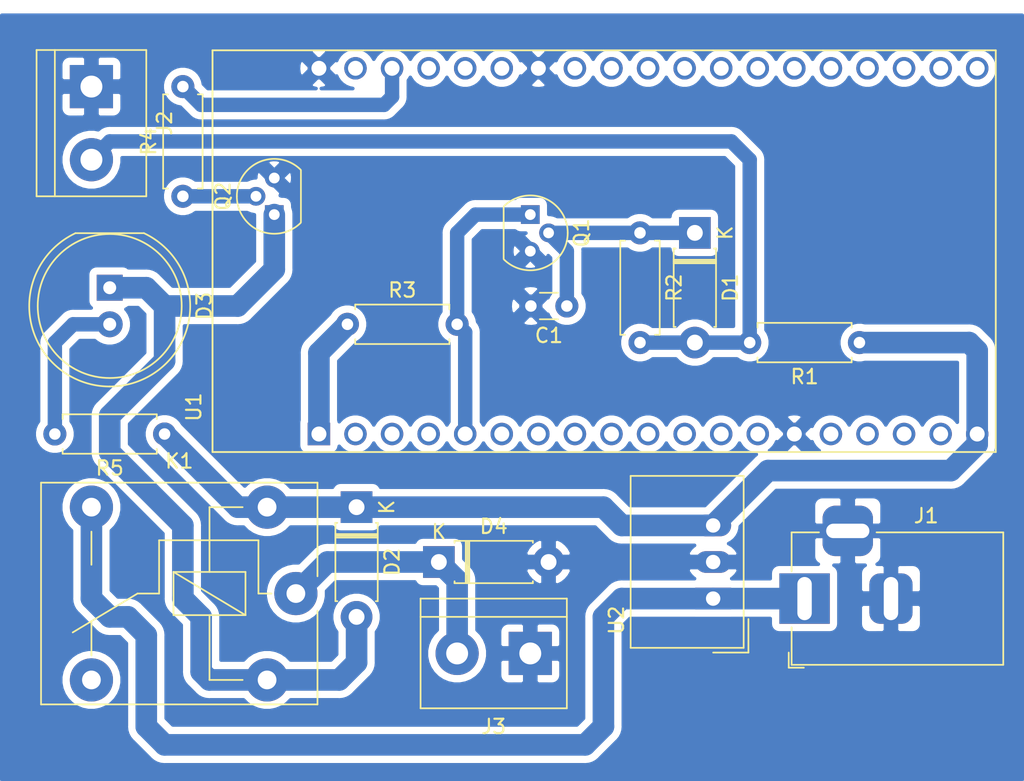
<source format=kicad_pcb>
(kicad_pcb (version 20171130) (host pcbnew "(5.1.10-dirty)")

  (general
    (thickness 1.6)
    (drawings 0)
    (tracks 71)
    (zones 0)
    (modules 18)
    (nets 45)
  )

  (page A4)
  (layers
    (0 F.Cu signal)
    (31 B.Cu signal)
    (32 B.Adhes user)
    (33 F.Adhes user)
    (34 B.Paste user)
    (35 F.Paste user)
    (36 B.SilkS user)
    (37 F.SilkS user)
    (38 B.Mask user)
    (39 F.Mask user)
    (40 Dwgs.User user)
    (41 Cmts.User user)
    (42 Eco1.User user)
    (43 Eco2.User user)
    (44 Edge.Cuts user)
    (45 Margin user)
    (46 B.CrtYd user)
    (47 F.CrtYd user)
    (48 B.Fab user)
    (49 F.Fab user)
  )

  (setup
    (last_trace_width 1)
    (trace_clearance 0.2)
    (zone_clearance 0.508)
    (zone_45_only no)
    (trace_min 0.2)
    (via_size 0.8)
    (via_drill 0.4)
    (via_min_size 0.4)
    (via_min_drill 0.3)
    (uvia_size 0.3)
    (uvia_drill 0.1)
    (uvias_allowed no)
    (uvia_min_size 0.2)
    (uvia_min_drill 0.1)
    (edge_width 0.05)
    (segment_width 0.2)
    (pcb_text_width 0.3)
    (pcb_text_size 1.5 1.5)
    (mod_edge_width 0.12)
    (mod_text_size 1 1)
    (mod_text_width 0.15)
    (pad_size 3.5 3.5)
    (pad_drill 0)
    (pad_to_mask_clearance 0)
    (aux_axis_origin 0 0)
    (visible_elements FFFFFF7F)
    (pcbplotparams
      (layerselection 0x00000_fffffffe)
      (usegerberextensions false)
      (usegerberattributes true)
      (usegerberadvancedattributes true)
      (creategerberjobfile true)
      (excludeedgelayer true)
      (linewidth 0.100000)
      (plotframeref false)
      (viasonmask false)
      (mode 1)
      (useauxorigin false)
      (hpglpennumber 1)
      (hpglpenspeed 20)
      (hpglpendiameter 15.000000)
      (psnegative false)
      (psa4output false)
      (plotreference true)
      (plotvalue true)
      (plotinvisibletext false)
      (padsonsilk false)
      (subtractmaskfromsilk false)
      (outputformat 1)
      (mirror false)
      (drillshape 0)
      (scaleselection 1)
      (outputdirectory ""))
  )

  (net 0 "")
  (net 1 "Net-(U1-Pad38)")
  (net 2 "Net-(U1-Pad37)")
  (net 3 "Net-(U1-Pad36)")
  (net 4 "Net-(U1-Pad35)")
  (net 5 "Net-(U1-Pad34)")
  (net 6 "Net-(U1-Pad33)")
  (net 7 "Net-(U1-Pad32)")
  (net 8 "Net-(U1-Pad31)")
  (net 9 "Net-(U1-Pad30)")
  (net 10 "Net-(U1-Pad29)")
  (net 11 "Net-(U1-Pad28)")
  (net 12 "Net-(U1-Pad27)")
  (net 13 "Net-(U1-Pad25)")
  (net 14 "Net-(U1-Pad24)")
  (net 15 "Net-(U1-Pad23)")
  (net 16 "Net-(U1-Pad21)")
  (net 17 "Net-(U1-Pad18)")
  (net 18 "Net-(U1-Pad17)")
  (net 19 "Net-(U1-Pad16)")
  (net 20 "Net-(U1-Pad15)")
  (net 21 "Net-(U1-Pad13)")
  (net 22 "Net-(U1-Pad12)")
  (net 23 "Net-(U1-Pad11)")
  (net 24 "Net-(U1-Pad10)")
  (net 25 "Net-(U1-Pad9)")
  (net 26 "Net-(U1-Pad8)")
  (net 27 "Net-(U1-Pad7)")
  (net 28 "Net-(U1-Pad6)")
  (net 29 "Net-(U1-Pad4)")
  (net 30 "Net-(U1-Pad3)")
  (net 31 "Net-(U1-Pad2)")
  (net 32 GND)
  (net 33 +5V)
  (net 34 +12V)
  (net 35 "Net-(K1-Pad12)")
  (net 36 "Net-(C1-Pad1)")
  (net 37 "Net-(D1-Pad2)")
  (net 38 switch)
  (net 39 +3V3)
  (net 40 "Net-(D2-Pad2)")
  (net 41 "Net-(Q2-Pad2)")
  (net 42 bell)
  (net 43 "Net-(D3-Pad2)")
  (net 44 "Net-(D4-Pad1)")

  (net_class Default "This is the default net class."
    (clearance 0.2)
    (trace_width 1)
    (via_dia 0.8)
    (via_drill 0.4)
    (uvia_dia 0.3)
    (uvia_drill 0.1)
    (add_net "Net-(C1-Pad1)")
    (add_net "Net-(D1-Pad2)")
    (add_net "Net-(D3-Pad2)")
    (add_net "Net-(K1-Pad12)")
    (add_net "Net-(Q2-Pad2)")
    (add_net "Net-(U1-Pad10)")
    (add_net "Net-(U1-Pad11)")
    (add_net "Net-(U1-Pad12)")
    (add_net "Net-(U1-Pad13)")
    (add_net "Net-(U1-Pad15)")
    (add_net "Net-(U1-Pad16)")
    (add_net "Net-(U1-Pad17)")
    (add_net "Net-(U1-Pad18)")
    (add_net "Net-(U1-Pad2)")
    (add_net "Net-(U1-Pad21)")
    (add_net "Net-(U1-Pad23)")
    (add_net "Net-(U1-Pad24)")
    (add_net "Net-(U1-Pad25)")
    (add_net "Net-(U1-Pad27)")
    (add_net "Net-(U1-Pad28)")
    (add_net "Net-(U1-Pad29)")
    (add_net "Net-(U1-Pad3)")
    (add_net "Net-(U1-Pad30)")
    (add_net "Net-(U1-Pad31)")
    (add_net "Net-(U1-Pad32)")
    (add_net "Net-(U1-Pad33)")
    (add_net "Net-(U1-Pad34)")
    (add_net "Net-(U1-Pad35)")
    (add_net "Net-(U1-Pad36)")
    (add_net "Net-(U1-Pad37)")
    (add_net "Net-(U1-Pad38)")
    (add_net "Net-(U1-Pad4)")
    (add_net "Net-(U1-Pad6)")
    (add_net "Net-(U1-Pad7)")
    (add_net "Net-(U1-Pad8)")
    (add_net "Net-(U1-Pad9)")
    (add_net bell)
    (add_net switch)
  )

  (net_class power ""
    (clearance 0.2)
    (trace_width 1.5)
    (via_dia 0.8)
    (via_drill 0.4)
    (uvia_dia 0.3)
    (uvia_drill 0.1)
    (add_net +12V)
    (add_net +3V3)
    (add_net +5V)
    (add_net GND)
    (add_net "Net-(D2-Pad2)")
    (add_net "Net-(D4-Pad1)")
  )

  (module Diode_THT:D_DO-41_SOD81_P7.62mm_Horizontal (layer F.Cu) (tedit 5AE50CD5) (tstamp 60E8CC86)
    (at 40.64 48.26)
    (descr "Diode, DO-41_SOD81 series, Axial, Horizontal, pin pitch=7.62mm, , length*diameter=5.2*2.7mm^2, , http://www.diodes.com/_files/packages/DO-41%20(Plastic).pdf")
    (tags "Diode DO-41_SOD81 series Axial Horizontal pin pitch 7.62mm  length 5.2mm diameter 2.7mm")
    (path /6107E596)
    (fp_text reference D4 (at 3.81 -2.47) (layer F.SilkS)
      (effects (font (size 1 1) (thickness 0.15)))
    )
    (fp_text value 1N4007 (at 3.81 2.47) (layer F.Fab)
      (effects (font (size 1 1) (thickness 0.15)))
    )
    (fp_line (start 8.97 -1.6) (end -1.35 -1.6) (layer F.CrtYd) (width 0.05))
    (fp_line (start 8.97 1.6) (end 8.97 -1.6) (layer F.CrtYd) (width 0.05))
    (fp_line (start -1.35 1.6) (end 8.97 1.6) (layer F.CrtYd) (width 0.05))
    (fp_line (start -1.35 -1.6) (end -1.35 1.6) (layer F.CrtYd) (width 0.05))
    (fp_line (start 1.87 -1.47) (end 1.87 1.47) (layer F.SilkS) (width 0.12))
    (fp_line (start 2.11 -1.47) (end 2.11 1.47) (layer F.SilkS) (width 0.12))
    (fp_line (start 1.99 -1.47) (end 1.99 1.47) (layer F.SilkS) (width 0.12))
    (fp_line (start 6.53 1.47) (end 6.53 1.34) (layer F.SilkS) (width 0.12))
    (fp_line (start 1.09 1.47) (end 6.53 1.47) (layer F.SilkS) (width 0.12))
    (fp_line (start 1.09 1.34) (end 1.09 1.47) (layer F.SilkS) (width 0.12))
    (fp_line (start 6.53 -1.47) (end 6.53 -1.34) (layer F.SilkS) (width 0.12))
    (fp_line (start 1.09 -1.47) (end 6.53 -1.47) (layer F.SilkS) (width 0.12))
    (fp_line (start 1.09 -1.34) (end 1.09 -1.47) (layer F.SilkS) (width 0.12))
    (fp_line (start 1.89 -1.35) (end 1.89 1.35) (layer F.Fab) (width 0.1))
    (fp_line (start 2.09 -1.35) (end 2.09 1.35) (layer F.Fab) (width 0.1))
    (fp_line (start 1.99 -1.35) (end 1.99 1.35) (layer F.Fab) (width 0.1))
    (fp_line (start 7.62 0) (end 6.41 0) (layer F.Fab) (width 0.1))
    (fp_line (start 0 0) (end 1.21 0) (layer F.Fab) (width 0.1))
    (fp_line (start 6.41 -1.35) (end 1.21 -1.35) (layer F.Fab) (width 0.1))
    (fp_line (start 6.41 1.35) (end 6.41 -1.35) (layer F.Fab) (width 0.1))
    (fp_line (start 1.21 1.35) (end 6.41 1.35) (layer F.Fab) (width 0.1))
    (fp_line (start 1.21 -1.35) (end 1.21 1.35) (layer F.Fab) (width 0.1))
    (fp_text user K (at 0 -2.1) (layer F.SilkS)
      (effects (font (size 1 1) (thickness 0.15)))
    )
    (fp_text user K (at 0 -2.1) (layer F.Fab)
      (effects (font (size 1 1) (thickness 0.15)))
    )
    (fp_text user %R (at 4.2 0) (layer F.Fab)
      (effects (font (size 1 1) (thickness 0.15)))
    )
    (pad 2 thru_hole oval (at 7.62 0) (size 2.2 2.2) (drill 1.1) (layers *.Cu *.Mask)
      (net 32 GND))
    (pad 1 thru_hole rect (at 0 0) (size 2.2 2.2) (drill 1.1) (layers *.Cu *.Mask)
      (net 44 "Net-(D4-Pad1)"))
    (model ${KISYS3DMOD}/Diode_THT.3dshapes/D_DO-41_SOD81_P7.62mm_Horizontal.wrl
      (at (xyz 0 0 0))
      (scale (xyz 1 1 1))
      (rotate (xyz 0 0 0))
    )
  )

  (module Package_TO_SOT_THT:TO-92 (layer F.Cu) (tedit 5A279852) (tstamp 60E8C5B8)
    (at 29.21 24.13 90)
    (descr "TO-92 leads molded, narrow, drill 0.75mm (see NXP sot054_po.pdf)")
    (tags "to-92 sc-43 sc-43a sot54 PA33 transistor")
    (path /60F22665)
    (fp_text reference Q2 (at 1.27 -3.56 90) (layer F.SilkS)
      (effects (font (size 1 1) (thickness 0.15)))
    )
    (fp_text value BC547 (at 1.27 2.79 90) (layer F.Fab)
      (effects (font (size 1 1) (thickness 0.15)))
    )
    (fp_line (start 4 2.01) (end -1.46 2.01) (layer F.CrtYd) (width 0.05))
    (fp_line (start 4 2.01) (end 4 -2.73) (layer F.CrtYd) (width 0.05))
    (fp_line (start -1.46 -2.73) (end -1.46 2.01) (layer F.CrtYd) (width 0.05))
    (fp_line (start -1.46 -2.73) (end 4 -2.73) (layer F.CrtYd) (width 0.05))
    (fp_line (start -0.5 1.75) (end 3 1.75) (layer F.Fab) (width 0.1))
    (fp_line (start -0.53 1.85) (end 3.07 1.85) (layer F.SilkS) (width 0.12))
    (fp_arc (start 1.27 0) (end 1.27 -2.6) (angle 135) (layer F.SilkS) (width 0.12))
    (fp_arc (start 1.27 0) (end 1.27 -2.48) (angle -135) (layer F.Fab) (width 0.1))
    (fp_arc (start 1.27 0) (end 1.27 -2.6) (angle -135) (layer F.SilkS) (width 0.12))
    (fp_arc (start 1.27 0) (end 1.27 -2.48) (angle 135) (layer F.Fab) (width 0.1))
    (fp_text user %R (at 1.27 0 90) (layer F.Fab)
      (effects (font (size 1 1) (thickness 0.15)))
    )
    (pad 1 thru_hole rect (at 0 0 90) (size 1.3 1.3) (drill 0.75) (layers *.Cu *.Mask)
      (net 40 "Net-(D2-Pad2)"))
    (pad 3 thru_hole circle (at 2.54 0 90) (size 1.3 1.3) (drill 0.75) (layers *.Cu *.Mask)
      (net 32 GND))
    (pad 2 thru_hole circle (at 1.27 -1.27 90) (size 1.3 1.3) (drill 0.75) (layers *.Cu *.Mask)
      (net 41 "Net-(Q2-Pad2)"))
    (model ${KISYS3DMOD}/Package_TO_SOT_THT.3dshapes/TO-92.wrl
      (at (xyz 0 0 0))
      (scale (xyz 1 1 1))
      (rotate (xyz 0 0 0))
    )
  )

  (module Package_TO_SOT_THT:TO-92 (layer F.Cu) (tedit 5A279852) (tstamp 60E8C5A6)
    (at 46.99 24.13 270)
    (descr "TO-92 leads molded, narrow, drill 0.75mm (see NXP sot054_po.pdf)")
    (tags "to-92 sc-43 sc-43a sot54 PA33 transistor")
    (path /60E9FD8B)
    (fp_text reference Q1 (at 1.27 -3.56 90) (layer F.SilkS)
      (effects (font (size 1 1) (thickness 0.15)))
    )
    (fp_text value BC547 (at 1.27 2.79 90) (layer F.Fab)
      (effects (font (size 1 1) (thickness 0.15)))
    )
    (fp_line (start 4 2.01) (end -1.46 2.01) (layer F.CrtYd) (width 0.05))
    (fp_line (start 4 2.01) (end 4 -2.73) (layer F.CrtYd) (width 0.05))
    (fp_line (start -1.46 -2.73) (end -1.46 2.01) (layer F.CrtYd) (width 0.05))
    (fp_line (start -1.46 -2.73) (end 4 -2.73) (layer F.CrtYd) (width 0.05))
    (fp_line (start -0.5 1.75) (end 3 1.75) (layer F.Fab) (width 0.1))
    (fp_line (start -0.53 1.85) (end 3.07 1.85) (layer F.SilkS) (width 0.12))
    (fp_arc (start 1.27 0) (end 1.27 -2.6) (angle 135) (layer F.SilkS) (width 0.12))
    (fp_arc (start 1.27 0) (end 1.27 -2.48) (angle -135) (layer F.Fab) (width 0.1))
    (fp_arc (start 1.27 0) (end 1.27 -2.6) (angle -135) (layer F.SilkS) (width 0.12))
    (fp_arc (start 1.27 0) (end 1.27 -2.48) (angle 135) (layer F.Fab) (width 0.1))
    (fp_text user %R (at 1.27 0 90) (layer F.Fab)
      (effects (font (size 1 1) (thickness 0.15)))
    )
    (pad 1 thru_hole rect (at 0 0 270) (size 1.3 1.3) (drill 0.75) (layers *.Cu *.Mask)
      (net 38 switch))
    (pad 3 thru_hole circle (at 2.54 0 270) (size 1.3 1.3) (drill 0.75) (layers *.Cu *.Mask)
      (net 32 GND))
    (pad 2 thru_hole circle (at 1.27 -1.27 270) (size 1.3 1.3) (drill 0.75) (layers *.Cu *.Mask)
      (net 36 "Net-(C1-Pad1)"))
    (model ${KISYS3DMOD}/Package_TO_SOT_THT.3dshapes/TO-92.wrl
      (at (xyz 0 0 0))
      (scale (xyz 1 1 1))
      (rotate (xyz 0 0 0))
    )
  )

  (module LED_THT:LED_D10.0mm (layer F.Cu) (tedit 587A3A7B) (tstamp 60E8B179)
    (at 17.78 29.21 270)
    (descr "LED, diameter 10.0mm, 2 pins, http://cdn-reichelt.de/documents/datenblatt/A500/LED10-4500RT%23KIN.pdf")
    (tags "LED diameter 10.0mm 2 pins")
    (path /6106492F)
    (fp_text reference D3 (at 1.27 -6.56 90) (layer F.SilkS)
      (effects (font (size 1 1) (thickness 0.15)))
    )
    (fp_text value LED (at 1.27 6.56 90) (layer F.Fab)
      (effects (font (size 1 1) (thickness 0.15)))
    )
    (fp_line (start 7.1 -5.85) (end -4.55 -5.85) (layer F.CrtYd) (width 0.05))
    (fp_line (start 7.1 5.85) (end 7.1 -5.85) (layer F.CrtYd) (width 0.05))
    (fp_line (start -4.55 5.85) (end 7.1 5.85) (layer F.CrtYd) (width 0.05))
    (fp_line (start -4.55 -5.85) (end -4.55 5.85) (layer F.CrtYd) (width 0.05))
    (fp_line (start -3.79 -2.376) (end -3.79 2.376) (layer F.SilkS) (width 0.12))
    (fp_line (start -3.73 -2.291288) (end -3.73 2.291288) (layer F.Fab) (width 0.1))
    (fp_circle (center 1.27 0) (end 6.27 0) (layer F.SilkS) (width 0.12))
    (fp_circle (center 1.27 0) (end 6.27 0) (layer F.Fab) (width 0.1))
    (fp_arc (start 1.27 0) (end -3.79 2.375816) (angle -154.8) (layer F.SilkS) (width 0.12))
    (fp_arc (start 1.27 0) (end -3.79 -2.375816) (angle 154.8) (layer F.SilkS) (width 0.12))
    (fp_arc (start 1.27 0) (end -3.73 -2.291288) (angle 310.8) (layer F.Fab) (width 0.1))
    (pad 2 thru_hole circle (at 2.54 0 270) (size 1.8 1.8) (drill 0.9) (layers *.Cu *.Mask)
      (net 43 "Net-(D3-Pad2)"))
    (pad 1 thru_hole rect (at 0 0 270) (size 1.8 1.8) (drill 0.9) (layers *.Cu *.Mask)
      (net 40 "Net-(D2-Pad2)"))
    (model ${KISYS3DMOD}/LED_THT.3dshapes/LED_D10.0mm.wrl
      (at (xyz 0 0 0))
      (scale (xyz 1 1 1))
      (rotate (xyz 0 0 0))
    )
  )

  (module Resistor_THT:R_Axial_DIN0207_L6.3mm_D2.5mm_P7.62mm_Horizontal (layer F.Cu) (tedit 5AE5139B) (tstamp 60E885DD)
    (at 21.59 39.37 180)
    (descr "Resistor, Axial_DIN0207 series, Axial, Horizontal, pin pitch=7.62mm, 0.25W = 1/4W, length*diameter=6.3*2.5mm^2, http://cdn-reichelt.de/documents/datenblatt/B400/1_4W%23YAG.pdf")
    (tags "Resistor Axial_DIN0207 series Axial Horizontal pin pitch 7.62mm 0.25W = 1/4W length 6.3mm diameter 2.5mm")
    (path /61063F0F)
    (fp_text reference R5 (at 3.81 -2.37) (layer F.SilkS)
      (effects (font (size 1 1) (thickness 0.15)))
    )
    (fp_text value 1k (at 3.81 2.37) (layer F.Fab)
      (effects (font (size 1 1) (thickness 0.15)))
    )
    (fp_line (start 8.67 -1.5) (end -1.05 -1.5) (layer F.CrtYd) (width 0.05))
    (fp_line (start 8.67 1.5) (end 8.67 -1.5) (layer F.CrtYd) (width 0.05))
    (fp_line (start -1.05 1.5) (end 8.67 1.5) (layer F.CrtYd) (width 0.05))
    (fp_line (start -1.05 -1.5) (end -1.05 1.5) (layer F.CrtYd) (width 0.05))
    (fp_line (start 7.08 1.37) (end 7.08 1.04) (layer F.SilkS) (width 0.12))
    (fp_line (start 0.54 1.37) (end 7.08 1.37) (layer F.SilkS) (width 0.12))
    (fp_line (start 0.54 1.04) (end 0.54 1.37) (layer F.SilkS) (width 0.12))
    (fp_line (start 7.08 -1.37) (end 7.08 -1.04) (layer F.SilkS) (width 0.12))
    (fp_line (start 0.54 -1.37) (end 7.08 -1.37) (layer F.SilkS) (width 0.12))
    (fp_line (start 0.54 -1.04) (end 0.54 -1.37) (layer F.SilkS) (width 0.12))
    (fp_line (start 7.62 0) (end 6.96 0) (layer F.Fab) (width 0.1))
    (fp_line (start 0 0) (end 0.66 0) (layer F.Fab) (width 0.1))
    (fp_line (start 6.96 -1.25) (end 0.66 -1.25) (layer F.Fab) (width 0.1))
    (fp_line (start 6.96 1.25) (end 6.96 -1.25) (layer F.Fab) (width 0.1))
    (fp_line (start 0.66 1.25) (end 6.96 1.25) (layer F.Fab) (width 0.1))
    (fp_line (start 0.66 -1.25) (end 0.66 1.25) (layer F.Fab) (width 0.1))
    (fp_text user %R (at 3.81 0) (layer F.Fab)
      (effects (font (size 1 1) (thickness 0.15)))
    )
    (pad 2 thru_hole oval (at 7.62 0 180) (size 1.6 1.6) (drill 0.8) (layers *.Cu *.Mask)
      (net 43 "Net-(D3-Pad2)"))
    (pad 1 thru_hole circle (at 0 0 180) (size 1.6 1.6) (drill 0.8) (layers *.Cu *.Mask)
      (net 33 +5V))
    (model ${KISYS3DMOD}/Resistor_THT.3dshapes/R_Axial_DIN0207_L6.3mm_D2.5mm_P7.62mm_Horizontal.wrl
      (at (xyz 0 0 0))
      (scale (xyz 1 1 1))
      (rotate (xyz 0 0 0))
    )
  )

  (module Resistor_THT:R_Axial_DIN0207_L6.3mm_D2.5mm_P7.62mm_Horizontal (layer F.Cu) (tedit 5AE5139B) (tstamp 60E81CE7)
    (at 22.86 22.86 90)
    (descr "Resistor, Axial_DIN0207 series, Axial, Horizontal, pin pitch=7.62mm, 0.25W = 1/4W, length*diameter=6.3*2.5mm^2, http://cdn-reichelt.de/documents/datenblatt/B400/1_4W%23YAG.pdf")
    (tags "Resistor Axial_DIN0207 series Axial Horizontal pin pitch 7.62mm 0.25W = 1/4W length 6.3mm diameter 2.5mm")
    (path /60F39DD7)
    (fp_text reference R4 (at 3.81 -2.37 90) (layer F.SilkS)
      (effects (font (size 1 1) (thickness 0.15)))
    )
    (fp_text value 1k (at 3.81 2.37 90) (layer F.Fab)
      (effects (font (size 1 1) (thickness 0.15)))
    )
    (fp_line (start 8.67 -1.5) (end -1.05 -1.5) (layer F.CrtYd) (width 0.05))
    (fp_line (start 8.67 1.5) (end 8.67 -1.5) (layer F.CrtYd) (width 0.05))
    (fp_line (start -1.05 1.5) (end 8.67 1.5) (layer F.CrtYd) (width 0.05))
    (fp_line (start -1.05 -1.5) (end -1.05 1.5) (layer F.CrtYd) (width 0.05))
    (fp_line (start 7.08 1.37) (end 7.08 1.04) (layer F.SilkS) (width 0.12))
    (fp_line (start 0.54 1.37) (end 7.08 1.37) (layer F.SilkS) (width 0.12))
    (fp_line (start 0.54 1.04) (end 0.54 1.37) (layer F.SilkS) (width 0.12))
    (fp_line (start 7.08 -1.37) (end 7.08 -1.04) (layer F.SilkS) (width 0.12))
    (fp_line (start 0.54 -1.37) (end 7.08 -1.37) (layer F.SilkS) (width 0.12))
    (fp_line (start 0.54 -1.04) (end 0.54 -1.37) (layer F.SilkS) (width 0.12))
    (fp_line (start 7.62 0) (end 6.96 0) (layer F.Fab) (width 0.1))
    (fp_line (start 0 0) (end 0.66 0) (layer F.Fab) (width 0.1))
    (fp_line (start 6.96 -1.25) (end 0.66 -1.25) (layer F.Fab) (width 0.1))
    (fp_line (start 6.96 1.25) (end 6.96 -1.25) (layer F.Fab) (width 0.1))
    (fp_line (start 0.66 1.25) (end 6.96 1.25) (layer F.Fab) (width 0.1))
    (fp_line (start 0.66 -1.25) (end 0.66 1.25) (layer F.Fab) (width 0.1))
    (fp_text user %R (at 3.81 0 90) (layer F.Fab)
      (effects (font (size 1 1) (thickness 0.15)))
    )
    (pad 2 thru_hole oval (at 7.62 0 90) (size 1.6 1.6) (drill 0.8) (layers *.Cu *.Mask)
      (net 42 bell))
    (pad 1 thru_hole circle (at 0 0 90) (size 1.6 1.6) (drill 0.8) (layers *.Cu *.Mask)
      (net 41 "Net-(Q2-Pad2)"))
    (model ${KISYS3DMOD}/Resistor_THT.3dshapes/R_Axial_DIN0207_L6.3mm_D2.5mm_P7.62mm_Horizontal.wrl
      (at (xyz 0 0 0))
      (scale (xyz 1 1 1))
      (rotate (xyz 0 0 0))
    )
  )

  (module TerminalBlock:TerminalBlock_bornier-2_P5.08mm (layer F.Cu) (tedit 59FF03AB) (tstamp 60E81B9E)
    (at 46.99 54.61 180)
    (descr "simple 2-pin terminal block, pitch 5.08mm, revamped version of bornier2")
    (tags "terminal block bornier2")
    (path /60F720A6)
    (fp_text reference J3 (at 2.54 -5.08) (layer F.SilkS)
      (effects (font (size 1 1) (thickness 0.15)))
    )
    (fp_text value Screw_Terminal_01x02 (at 2.54 5.08) (layer F.Fab)
      (effects (font (size 1 1) (thickness 0.15)))
    )
    (fp_line (start 7.79 4) (end -2.71 4) (layer F.CrtYd) (width 0.05))
    (fp_line (start 7.79 4) (end 7.79 -4) (layer F.CrtYd) (width 0.05))
    (fp_line (start -2.71 -4) (end -2.71 4) (layer F.CrtYd) (width 0.05))
    (fp_line (start -2.71 -4) (end 7.79 -4) (layer F.CrtYd) (width 0.05))
    (fp_line (start -2.54 3.81) (end 7.62 3.81) (layer F.SilkS) (width 0.12))
    (fp_line (start -2.54 -3.81) (end -2.54 3.81) (layer F.SilkS) (width 0.12))
    (fp_line (start 7.62 -3.81) (end -2.54 -3.81) (layer F.SilkS) (width 0.12))
    (fp_line (start 7.62 3.81) (end 7.62 -3.81) (layer F.SilkS) (width 0.12))
    (fp_line (start 7.62 2.54) (end -2.54 2.54) (layer F.SilkS) (width 0.12))
    (fp_line (start 7.54 -3.75) (end -2.46 -3.75) (layer F.Fab) (width 0.1))
    (fp_line (start 7.54 3.75) (end 7.54 -3.75) (layer F.Fab) (width 0.1))
    (fp_line (start -2.46 3.75) (end 7.54 3.75) (layer F.Fab) (width 0.1))
    (fp_line (start -2.46 -3.75) (end -2.46 3.75) (layer F.Fab) (width 0.1))
    (fp_line (start -2.41 2.55) (end 7.49 2.55) (layer F.Fab) (width 0.1))
    (fp_text user %R (at 2.54 0) (layer F.Fab)
      (effects (font (size 1 1) (thickness 0.15)))
    )
    (pad 2 thru_hole circle (at 5.08 0 180) (size 3 3) (drill 1.52) (layers *.Cu *.Mask)
      (net 44 "Net-(D4-Pad1)"))
    (pad 1 thru_hole rect (at 0 0 180) (size 3 3) (drill 1.52) (layers *.Cu *.Mask)
      (net 32 GND))
    (model ${KISYS3DMOD}/TerminalBlock.3dshapes/TerminalBlock_bornier-2_P5.08mm.wrl
      (offset (xyz 2.539999961853027 0 0))
      (scale (xyz 1 1 1))
      (rotate (xyz 0 0 0))
    )
  )

  (module Diode_THT:D_DO-41_SOD81_P7.62mm_Horizontal (layer F.Cu) (tedit 5AE50CD5) (tstamp 60E81B1D)
    (at 34.925 44.45 270)
    (descr "Diode, DO-41_SOD81 series, Axial, Horizontal, pin pitch=7.62mm, , length*diameter=5.2*2.7mm^2, , http://www.diodes.com/_files/packages/DO-41%20(Plastic).pdf")
    (tags "Diode DO-41_SOD81 series Axial Horizontal pin pitch 7.62mm  length 5.2mm diameter 2.7mm")
    (path /60F4DC88)
    (fp_text reference D2 (at 3.81 -2.47 90) (layer F.SilkS)
      (effects (font (size 1 1) (thickness 0.15)))
    )
    (fp_text value 1N4007 (at 3.81 2.47 90) (layer F.Fab)
      (effects (font (size 1 1) (thickness 0.15)))
    )
    (fp_line (start 8.97 -1.6) (end -1.35 -1.6) (layer F.CrtYd) (width 0.05))
    (fp_line (start 8.97 1.6) (end 8.97 -1.6) (layer F.CrtYd) (width 0.05))
    (fp_line (start -1.35 1.6) (end 8.97 1.6) (layer F.CrtYd) (width 0.05))
    (fp_line (start -1.35 -1.6) (end -1.35 1.6) (layer F.CrtYd) (width 0.05))
    (fp_line (start 1.87 -1.47) (end 1.87 1.47) (layer F.SilkS) (width 0.12))
    (fp_line (start 2.11 -1.47) (end 2.11 1.47) (layer F.SilkS) (width 0.12))
    (fp_line (start 1.99 -1.47) (end 1.99 1.47) (layer F.SilkS) (width 0.12))
    (fp_line (start 6.53 1.47) (end 6.53 1.34) (layer F.SilkS) (width 0.12))
    (fp_line (start 1.09 1.47) (end 6.53 1.47) (layer F.SilkS) (width 0.12))
    (fp_line (start 1.09 1.34) (end 1.09 1.47) (layer F.SilkS) (width 0.12))
    (fp_line (start 6.53 -1.47) (end 6.53 -1.34) (layer F.SilkS) (width 0.12))
    (fp_line (start 1.09 -1.47) (end 6.53 -1.47) (layer F.SilkS) (width 0.12))
    (fp_line (start 1.09 -1.34) (end 1.09 -1.47) (layer F.SilkS) (width 0.12))
    (fp_line (start 1.89 -1.35) (end 1.89 1.35) (layer F.Fab) (width 0.1))
    (fp_line (start 2.09 -1.35) (end 2.09 1.35) (layer F.Fab) (width 0.1))
    (fp_line (start 1.99 -1.35) (end 1.99 1.35) (layer F.Fab) (width 0.1))
    (fp_line (start 7.62 0) (end 6.41 0) (layer F.Fab) (width 0.1))
    (fp_line (start 0 0) (end 1.21 0) (layer F.Fab) (width 0.1))
    (fp_line (start 6.41 -1.35) (end 1.21 -1.35) (layer F.Fab) (width 0.1))
    (fp_line (start 6.41 1.35) (end 6.41 -1.35) (layer F.Fab) (width 0.1))
    (fp_line (start 1.21 1.35) (end 6.41 1.35) (layer F.Fab) (width 0.1))
    (fp_line (start 1.21 -1.35) (end 1.21 1.35) (layer F.Fab) (width 0.1))
    (fp_text user K (at 0 -2.1 90) (layer F.SilkS)
      (effects (font (size 1 1) (thickness 0.15)))
    )
    (fp_text user K (at 0 -2.1 90) (layer F.Fab)
      (effects (font (size 1 1) (thickness 0.15)))
    )
    (fp_text user %R (at 4.2 0 90) (layer F.Fab)
      (effects (font (size 1 1) (thickness 0.15)))
    )
    (pad 2 thru_hole oval (at 7.62 0 270) (size 2.2 2.2) (drill 1.1) (layers *.Cu *.Mask)
      (net 40 "Net-(D2-Pad2)"))
    (pad 1 thru_hole rect (at 0 0 270) (size 2.2 2.2) (drill 1.1) (layers *.Cu *.Mask)
      (net 33 +5V))
    (model ${KISYS3DMOD}/Diode_THT.3dshapes/D_DO-41_SOD81_P7.62mm_Horizontal.wrl
      (at (xyz 0 0 0))
      (scale (xyz 1 1 1))
      (rotate (xyz 0 0 0))
    )
  )

  (module Converter_DCDC:Converter_DCDC_TRACO_TSR-1_THT (layer F.Cu) (tedit 59FE1FB7) (tstamp 60E79ECE)
    (at 59.69 50.8 90)
    (descr "DCDC-Converter, TRACO, TSR 1-xxxx")
    (tags "DCDC-Converter TRACO TSR-1")
    (path /60EE4D1E)
    (fp_text reference U2 (at -1.5 -6.71 90) (layer F.SilkS)
      (effects (font (size 1 1) (thickness 0.15)))
    )
    (fp_text value TSR_1-2450 (at 2.5 3.25 90) (layer F.Fab)
      (effects (font (size 1 1) (thickness 0.15)))
    )
    (fp_line (start -2.3 2) (end 8.4 2) (layer F.Fab) (width 0.1))
    (fp_line (start -3.42 2.12) (end -3.42 -5.73) (layer F.SilkS) (width 0.12))
    (fp_line (start -3.42 -5.73) (end 8.52 -5.73) (layer F.SilkS) (width 0.12))
    (fp_line (start 8.52 -5.73) (end 8.52 2.12) (layer F.SilkS) (width 0.12))
    (fp_line (start 8.52 2.12) (end -3.42 2.12) (layer F.SilkS) (width 0.12))
    (fp_line (start -3.55 -5.85) (end 8.65 -5.85) (layer F.CrtYd) (width 0.05))
    (fp_line (start 8.65 -5.85) (end 8.65 2.25) (layer F.CrtYd) (width 0.05))
    (fp_line (start 8.65 2.25) (end -3.55 2.25) (layer F.CrtYd) (width 0.05))
    (fp_line (start -3.55 2.25) (end -3.55 -5.85) (layer F.CrtYd) (width 0.05))
    (fp_line (start -3.3 -5.6) (end 8.4 -5.6) (layer F.Fab) (width 0.1))
    (fp_line (start 8.4 2) (end 8.4 -5.6) (layer F.Fab) (width 0.1))
    (fp_line (start -3.3 1) (end -3.3 -5.6) (layer F.Fab) (width 0.1))
    (fp_line (start -3.3 1) (end -2.3 2) (layer F.Fab) (width 0.1))
    (fp_line (start -3.75 0) (end -3.75 2.45) (layer F.SilkS) (width 0.12))
    (fp_line (start -3.75 2.45) (end -1.42 2.45) (layer F.SilkS) (width 0.12))
    (fp_text user %R (at 3 -3 90) (layer F.Fab)
      (effects (font (size 1 1) (thickness 0.15)))
    )
    (pad 3 thru_hole oval (at 5.08 0 90) (size 1.5 2.5) (drill 1) (layers *.Cu *.Mask)
      (net 33 +5V))
    (pad 2 thru_hole oval (at 2.54 0 90) (size 1.5 2.5) (drill 1) (layers *.Cu *.Mask)
      (net 32 GND))
    (pad 1 thru_hole rect (at 0 0 90) (size 1.5 2.5) (drill 1) (layers *.Cu *.Mask)
      (net 34 +12V))
    (model ${KISYS3DMOD}/Converter_DCDC.3dshapes/Converter_DCDC_TRACO_TSR-1_THT.wrl
      (at (xyz 0 0 0))
      (scale (xyz 1 1 1))
      (rotate (xyz 0 0 0))
    )
  )

  (module Resistor_THT:R_Axial_DIN0207_L6.3mm_D2.5mm_P7.62mm_Horizontal (layer F.Cu) (tedit 5AE5139B) (tstamp 60E798F7)
    (at 34.29 31.75)
    (descr "Resistor, Axial_DIN0207 series, Axial, Horizontal, pin pitch=7.62mm, 0.25W = 1/4W, length*diameter=6.3*2.5mm^2, http://cdn-reichelt.de/documents/datenblatt/B400/1_4W%23YAG.pdf")
    (tags "Resistor Axial_DIN0207 series Axial Horizontal pin pitch 7.62mm 0.25W = 1/4W length 6.3mm diameter 2.5mm")
    (path /60EA0871)
    (fp_text reference R3 (at 3.81 -2.37) (layer F.SilkS)
      (effects (font (size 1 1) (thickness 0.15)))
    )
    (fp_text value 10k (at 3.81 2.37) (layer F.Fab)
      (effects (font (size 1 1) (thickness 0.15)))
    )
    (fp_line (start 8.67 -1.5) (end -1.05 -1.5) (layer F.CrtYd) (width 0.05))
    (fp_line (start 8.67 1.5) (end 8.67 -1.5) (layer F.CrtYd) (width 0.05))
    (fp_line (start -1.05 1.5) (end 8.67 1.5) (layer F.CrtYd) (width 0.05))
    (fp_line (start -1.05 -1.5) (end -1.05 1.5) (layer F.CrtYd) (width 0.05))
    (fp_line (start 7.08 1.37) (end 7.08 1.04) (layer F.SilkS) (width 0.12))
    (fp_line (start 0.54 1.37) (end 7.08 1.37) (layer F.SilkS) (width 0.12))
    (fp_line (start 0.54 1.04) (end 0.54 1.37) (layer F.SilkS) (width 0.12))
    (fp_line (start 7.08 -1.37) (end 7.08 -1.04) (layer F.SilkS) (width 0.12))
    (fp_line (start 0.54 -1.37) (end 7.08 -1.37) (layer F.SilkS) (width 0.12))
    (fp_line (start 0.54 -1.04) (end 0.54 -1.37) (layer F.SilkS) (width 0.12))
    (fp_line (start 7.62 0) (end 6.96 0) (layer F.Fab) (width 0.1))
    (fp_line (start 0 0) (end 0.66 0) (layer F.Fab) (width 0.1))
    (fp_line (start 6.96 -1.25) (end 0.66 -1.25) (layer F.Fab) (width 0.1))
    (fp_line (start 6.96 1.25) (end 6.96 -1.25) (layer F.Fab) (width 0.1))
    (fp_line (start 0.66 1.25) (end 6.96 1.25) (layer F.Fab) (width 0.1))
    (fp_line (start 0.66 -1.25) (end 0.66 1.25) (layer F.Fab) (width 0.1))
    (fp_text user %R (at 3.81 0) (layer F.Fab)
      (effects (font (size 1 1) (thickness 0.15)))
    )
    (pad 2 thru_hole oval (at 7.62 0) (size 1.6 1.6) (drill 0.8) (layers *.Cu *.Mask)
      (net 38 switch))
    (pad 1 thru_hole circle (at 0 0) (size 1.6 1.6) (drill 0.8) (layers *.Cu *.Mask)
      (net 39 +3V3))
    (model ${KISYS3DMOD}/Resistor_THT.3dshapes/R_Axial_DIN0207_L6.3mm_D2.5mm_P7.62mm_Horizontal.wrl
      (at (xyz 0 0 0))
      (scale (xyz 1 1 1))
      (rotate (xyz 0 0 0))
    )
  )

  (module Resistor_THT:R_Axial_DIN0207_L6.3mm_D2.5mm_P7.62mm_Horizontal (layer F.Cu) (tedit 5AE5139B) (tstamp 60E798E0)
    (at 54.61 25.4 270)
    (descr "Resistor, Axial_DIN0207 series, Axial, Horizontal, pin pitch=7.62mm, 0.25W = 1/4W, length*diameter=6.3*2.5mm^2, http://cdn-reichelt.de/documents/datenblatt/B400/1_4W%23YAG.pdf")
    (tags "Resistor Axial_DIN0207 series Axial Horizontal pin pitch 7.62mm 0.25W = 1/4W length 6.3mm diameter 2.5mm")
    (path /60EB5EB6)
    (fp_text reference R2 (at 3.81 -2.37 90) (layer F.SilkS)
      (effects (font (size 1 1) (thickness 0.15)))
    )
    (fp_text value 1k (at 3.81 2.37 90) (layer F.Fab)
      (effects (font (size 1 1) (thickness 0.15)))
    )
    (fp_line (start 8.67 -1.5) (end -1.05 -1.5) (layer F.CrtYd) (width 0.05))
    (fp_line (start 8.67 1.5) (end 8.67 -1.5) (layer F.CrtYd) (width 0.05))
    (fp_line (start -1.05 1.5) (end 8.67 1.5) (layer F.CrtYd) (width 0.05))
    (fp_line (start -1.05 -1.5) (end -1.05 1.5) (layer F.CrtYd) (width 0.05))
    (fp_line (start 7.08 1.37) (end 7.08 1.04) (layer F.SilkS) (width 0.12))
    (fp_line (start 0.54 1.37) (end 7.08 1.37) (layer F.SilkS) (width 0.12))
    (fp_line (start 0.54 1.04) (end 0.54 1.37) (layer F.SilkS) (width 0.12))
    (fp_line (start 7.08 -1.37) (end 7.08 -1.04) (layer F.SilkS) (width 0.12))
    (fp_line (start 0.54 -1.37) (end 7.08 -1.37) (layer F.SilkS) (width 0.12))
    (fp_line (start 0.54 -1.04) (end 0.54 -1.37) (layer F.SilkS) (width 0.12))
    (fp_line (start 7.62 0) (end 6.96 0) (layer F.Fab) (width 0.1))
    (fp_line (start 0 0) (end 0.66 0) (layer F.Fab) (width 0.1))
    (fp_line (start 6.96 -1.25) (end 0.66 -1.25) (layer F.Fab) (width 0.1))
    (fp_line (start 6.96 1.25) (end 6.96 -1.25) (layer F.Fab) (width 0.1))
    (fp_line (start 0.66 1.25) (end 6.96 1.25) (layer F.Fab) (width 0.1))
    (fp_line (start 0.66 -1.25) (end 0.66 1.25) (layer F.Fab) (width 0.1))
    (fp_text user %R (at 3.81 0 90) (layer F.Fab)
      (effects (font (size 1 1) (thickness 0.15)))
    )
    (pad 2 thru_hole oval (at 7.62 0 270) (size 1.6 1.6) (drill 0.8) (layers *.Cu *.Mask)
      (net 37 "Net-(D1-Pad2)"))
    (pad 1 thru_hole circle (at 0 0 270) (size 1.6 1.6) (drill 0.8) (layers *.Cu *.Mask)
      (net 36 "Net-(C1-Pad1)"))
    (model ${KISYS3DMOD}/Resistor_THT.3dshapes/R_Axial_DIN0207_L6.3mm_D2.5mm_P7.62mm_Horizontal.wrl
      (at (xyz 0 0 0))
      (scale (xyz 1 1 1))
      (rotate (xyz 0 0 0))
    )
  )

  (module Resistor_THT:R_Axial_DIN0207_L6.3mm_D2.5mm_P7.62mm_Horizontal (layer F.Cu) (tedit 5AE5139B) (tstamp 60E798C9)
    (at 69.85 33.02 180)
    (descr "Resistor, Axial_DIN0207 series, Axial, Horizontal, pin pitch=7.62mm, 0.25W = 1/4W, length*diameter=6.3*2.5mm^2, http://cdn-reichelt.de/documents/datenblatt/B400/1_4W%23YAG.pdf")
    (tags "Resistor Axial_DIN0207 series Axial Horizontal pin pitch 7.62mm 0.25W = 1/4W length 6.3mm diameter 2.5mm")
    (path /60EB37B6)
    (fp_text reference R1 (at 3.81 -2.37) (layer F.SilkS)
      (effects (font (size 1 1) (thickness 0.15)))
    )
    (fp_text value 10k (at 3.81 2.37) (layer F.Fab)
      (effects (font (size 1 1) (thickness 0.15)))
    )
    (fp_line (start 8.67 -1.5) (end -1.05 -1.5) (layer F.CrtYd) (width 0.05))
    (fp_line (start 8.67 1.5) (end 8.67 -1.5) (layer F.CrtYd) (width 0.05))
    (fp_line (start -1.05 1.5) (end 8.67 1.5) (layer F.CrtYd) (width 0.05))
    (fp_line (start -1.05 -1.5) (end -1.05 1.5) (layer F.CrtYd) (width 0.05))
    (fp_line (start 7.08 1.37) (end 7.08 1.04) (layer F.SilkS) (width 0.12))
    (fp_line (start 0.54 1.37) (end 7.08 1.37) (layer F.SilkS) (width 0.12))
    (fp_line (start 0.54 1.04) (end 0.54 1.37) (layer F.SilkS) (width 0.12))
    (fp_line (start 7.08 -1.37) (end 7.08 -1.04) (layer F.SilkS) (width 0.12))
    (fp_line (start 0.54 -1.37) (end 7.08 -1.37) (layer F.SilkS) (width 0.12))
    (fp_line (start 0.54 -1.04) (end 0.54 -1.37) (layer F.SilkS) (width 0.12))
    (fp_line (start 7.62 0) (end 6.96 0) (layer F.Fab) (width 0.1))
    (fp_line (start 0 0) (end 0.66 0) (layer F.Fab) (width 0.1))
    (fp_line (start 6.96 -1.25) (end 0.66 -1.25) (layer F.Fab) (width 0.1))
    (fp_line (start 6.96 1.25) (end 6.96 -1.25) (layer F.Fab) (width 0.1))
    (fp_line (start 0.66 1.25) (end 6.96 1.25) (layer F.Fab) (width 0.1))
    (fp_line (start 0.66 -1.25) (end 0.66 1.25) (layer F.Fab) (width 0.1))
    (fp_text user %R (at 3.81 0) (layer F.Fab)
      (effects (font (size 1 1) (thickness 0.15)))
    )
    (pad 2 thru_hole oval (at 7.62 0 180) (size 1.6 1.6) (drill 0.8) (layers *.Cu *.Mask)
      (net 37 "Net-(D1-Pad2)"))
    (pad 1 thru_hole circle (at 0 0 180) (size 1.6 1.6) (drill 0.8) (layers *.Cu *.Mask)
      (net 33 +5V))
    (model ${KISYS3DMOD}/Resistor_THT.3dshapes/R_Axial_DIN0207_L6.3mm_D2.5mm_P7.62mm_Horizontal.wrl
      (at (xyz 0 0 0))
      (scale (xyz 1 1 1))
      (rotate (xyz 0 0 0))
    )
  )

  (module TerminalBlock:TerminalBlock_bornier-2_P5.08mm (layer F.Cu) (tedit 59FF03AB) (tstamp 60E79852)
    (at 16.51 15.24 270)
    (descr "simple 2-pin terminal block, pitch 5.08mm, revamped version of bornier2")
    (tags "terminal block bornier2")
    (path /60EC8DB5)
    (fp_text reference J2 (at 2.54 -5.08 90) (layer F.SilkS)
      (effects (font (size 1 1) (thickness 0.15)))
    )
    (fp_text value Screw_Terminal_01x02 (at 2.54 5.08 90) (layer F.Fab)
      (effects (font (size 1 1) (thickness 0.15)))
    )
    (fp_line (start 7.79 4) (end -2.71 4) (layer F.CrtYd) (width 0.05))
    (fp_line (start 7.79 4) (end 7.79 -4) (layer F.CrtYd) (width 0.05))
    (fp_line (start -2.71 -4) (end -2.71 4) (layer F.CrtYd) (width 0.05))
    (fp_line (start -2.71 -4) (end 7.79 -4) (layer F.CrtYd) (width 0.05))
    (fp_line (start -2.54 3.81) (end 7.62 3.81) (layer F.SilkS) (width 0.12))
    (fp_line (start -2.54 -3.81) (end -2.54 3.81) (layer F.SilkS) (width 0.12))
    (fp_line (start 7.62 -3.81) (end -2.54 -3.81) (layer F.SilkS) (width 0.12))
    (fp_line (start 7.62 3.81) (end 7.62 -3.81) (layer F.SilkS) (width 0.12))
    (fp_line (start 7.62 2.54) (end -2.54 2.54) (layer F.SilkS) (width 0.12))
    (fp_line (start 7.54 -3.75) (end -2.46 -3.75) (layer F.Fab) (width 0.1))
    (fp_line (start 7.54 3.75) (end 7.54 -3.75) (layer F.Fab) (width 0.1))
    (fp_line (start -2.46 3.75) (end 7.54 3.75) (layer F.Fab) (width 0.1))
    (fp_line (start -2.46 -3.75) (end -2.46 3.75) (layer F.Fab) (width 0.1))
    (fp_line (start -2.41 2.55) (end 7.49 2.55) (layer F.Fab) (width 0.1))
    (fp_text user %R (at 2.54 0 90) (layer F.Fab)
      (effects (font (size 1 1) (thickness 0.15)))
    )
    (pad 2 thru_hole circle (at 5.08 0 270) (size 3 3) (drill 1.52) (layers *.Cu *.Mask)
      (net 37 "Net-(D1-Pad2)"))
    (pad 1 thru_hole rect (at 0 0 270) (size 3 3) (drill 1.52) (layers *.Cu *.Mask)
      (net 32 GND))
    (model ${KISYS3DMOD}/TerminalBlock.3dshapes/TerminalBlock_bornier-2_P5.08mm.wrl
      (offset (xyz 2.539999961853027 0 0))
      (scale (xyz 1 1 1))
      (rotate (xyz 0 0 0))
    )
  )

  (module Diode_THT:D_DO-41_SOD81_P7.62mm_Horizontal (layer F.Cu) (tedit 5AE50CD5) (tstamp 60E797F9)
    (at 58.42 25.4 270)
    (descr "Diode, DO-41_SOD81 series, Axial, Horizontal, pin pitch=7.62mm, , length*diameter=5.2*2.7mm^2, , http://www.diodes.com/_files/packages/DO-41%20(Plastic).pdf")
    (tags "Diode DO-41_SOD81 series Axial Horizontal pin pitch 7.62mm  length 5.2mm diameter 2.7mm")
    (path /60EC5F35)
    (fp_text reference D1 (at 3.81 -2.47 90) (layer F.SilkS)
      (effects (font (size 1 1) (thickness 0.15)))
    )
    (fp_text value 1N4007 (at 3.81 2.47 90) (layer F.Fab)
      (effects (font (size 1 1) (thickness 0.15)))
    )
    (fp_line (start 8.97 -1.6) (end -1.35 -1.6) (layer F.CrtYd) (width 0.05))
    (fp_line (start 8.97 1.6) (end 8.97 -1.6) (layer F.CrtYd) (width 0.05))
    (fp_line (start -1.35 1.6) (end 8.97 1.6) (layer F.CrtYd) (width 0.05))
    (fp_line (start -1.35 -1.6) (end -1.35 1.6) (layer F.CrtYd) (width 0.05))
    (fp_line (start 1.87 -1.47) (end 1.87 1.47) (layer F.SilkS) (width 0.12))
    (fp_line (start 2.11 -1.47) (end 2.11 1.47) (layer F.SilkS) (width 0.12))
    (fp_line (start 1.99 -1.47) (end 1.99 1.47) (layer F.SilkS) (width 0.12))
    (fp_line (start 6.53 1.47) (end 6.53 1.34) (layer F.SilkS) (width 0.12))
    (fp_line (start 1.09 1.47) (end 6.53 1.47) (layer F.SilkS) (width 0.12))
    (fp_line (start 1.09 1.34) (end 1.09 1.47) (layer F.SilkS) (width 0.12))
    (fp_line (start 6.53 -1.47) (end 6.53 -1.34) (layer F.SilkS) (width 0.12))
    (fp_line (start 1.09 -1.47) (end 6.53 -1.47) (layer F.SilkS) (width 0.12))
    (fp_line (start 1.09 -1.34) (end 1.09 -1.47) (layer F.SilkS) (width 0.12))
    (fp_line (start 1.89 -1.35) (end 1.89 1.35) (layer F.Fab) (width 0.1))
    (fp_line (start 2.09 -1.35) (end 2.09 1.35) (layer F.Fab) (width 0.1))
    (fp_line (start 1.99 -1.35) (end 1.99 1.35) (layer F.Fab) (width 0.1))
    (fp_line (start 7.62 0) (end 6.41 0) (layer F.Fab) (width 0.1))
    (fp_line (start 0 0) (end 1.21 0) (layer F.Fab) (width 0.1))
    (fp_line (start 6.41 -1.35) (end 1.21 -1.35) (layer F.Fab) (width 0.1))
    (fp_line (start 6.41 1.35) (end 6.41 -1.35) (layer F.Fab) (width 0.1))
    (fp_line (start 1.21 1.35) (end 6.41 1.35) (layer F.Fab) (width 0.1))
    (fp_line (start 1.21 -1.35) (end 1.21 1.35) (layer F.Fab) (width 0.1))
    (fp_text user K (at 0 -2.1 90) (layer F.SilkS)
      (effects (font (size 1 1) (thickness 0.15)))
    )
    (fp_text user K (at 0 -2.1 90) (layer F.Fab)
      (effects (font (size 1 1) (thickness 0.15)))
    )
    (fp_text user %R (at 4.2 0 90) (layer F.Fab)
      (effects (font (size 1 1) (thickness 0.15)))
    )
    (pad 2 thru_hole oval (at 7.62 0 270) (size 2.2 2.2) (drill 1.1) (layers *.Cu *.Mask)
      (net 37 "Net-(D1-Pad2)"))
    (pad 1 thru_hole rect (at 0 0 270) (size 2.2 2.2) (drill 1.1) (layers *.Cu *.Mask)
      (net 36 "Net-(C1-Pad1)"))
    (model ${KISYS3DMOD}/Diode_THT.3dshapes/D_DO-41_SOD81_P7.62mm_Horizontal.wrl
      (at (xyz 0 0 0))
      (scale (xyz 1 1 1))
      (rotate (xyz 0 0 0))
    )
  )

  (module Capacitor_THT:C_Disc_D3.0mm_W1.6mm_P2.50mm (layer F.Cu) (tedit 5AE50EF0) (tstamp 60E797DA)
    (at 49.53 30.48 180)
    (descr "C, Disc series, Radial, pin pitch=2.50mm, , diameter*width=3.0*1.6mm^2, Capacitor, http://www.vishay.com/docs/45233/krseries.pdf")
    (tags "C Disc series Radial pin pitch 2.50mm  diameter 3.0mm width 1.6mm Capacitor")
    (path /60EC7474)
    (fp_text reference C1 (at 1.25 -2.05) (layer F.SilkS)
      (effects (font (size 1 1) (thickness 0.15)))
    )
    (fp_text value C (at 1.25 2.05) (layer F.Fab)
      (effects (font (size 1 1) (thickness 0.15)))
    )
    (fp_line (start 3.55 -1.05) (end -1.05 -1.05) (layer F.CrtYd) (width 0.05))
    (fp_line (start 3.55 1.05) (end 3.55 -1.05) (layer F.CrtYd) (width 0.05))
    (fp_line (start -1.05 1.05) (end 3.55 1.05) (layer F.CrtYd) (width 0.05))
    (fp_line (start -1.05 -1.05) (end -1.05 1.05) (layer F.CrtYd) (width 0.05))
    (fp_line (start 0.621 0.92) (end 1.879 0.92) (layer F.SilkS) (width 0.12))
    (fp_line (start 0.621 -0.92) (end 1.879 -0.92) (layer F.SilkS) (width 0.12))
    (fp_line (start 2.75 -0.8) (end -0.25 -0.8) (layer F.Fab) (width 0.1))
    (fp_line (start 2.75 0.8) (end 2.75 -0.8) (layer F.Fab) (width 0.1))
    (fp_line (start -0.25 0.8) (end 2.75 0.8) (layer F.Fab) (width 0.1))
    (fp_line (start -0.25 -0.8) (end -0.25 0.8) (layer F.Fab) (width 0.1))
    (fp_text user %R (at 1.25 0) (layer F.Fab)
      (effects (font (size 0.6 0.6) (thickness 0.09)))
    )
    (pad 2 thru_hole circle (at 2.5 0 180) (size 1.6 1.6) (drill 0.8) (layers *.Cu *.Mask)
      (net 32 GND))
    (pad 1 thru_hole circle (at 0 0 180) (size 1.6 1.6) (drill 0.8) (layers *.Cu *.Mask)
      (net 36 "Net-(C1-Pad1)"))
    (model ${KISYS3DMOD}/Capacitor_THT.3dshapes/C_Disc_D3.0mm_W1.6mm_P2.50mm.wrl
      (at (xyz 0 0 0))
      (scale (xyz 1 1 1))
      (rotate (xyz 0 0 0))
    )
  )

  (module Relay_THT:Relay_SPDT_Finder_36.11 (layer F.Cu) (tedit 5D3F5A07) (tstamp 60E6CF40)
    (at 30.71 50.45 180)
    (descr "FINDER 36.11, SPDT relay, 10A, https://gfinder.findernet.com/public/attachments/36/EN/S36EN.pdf")
    (tags "spdt relay")
    (path /60E95807)
    (fp_text reference K1 (at 8.1 9.2) (layer F.SilkS)
      (effects (font (size 1 1) (thickness 0.15)))
    )
    (fp_text value FINDER-36.11 (at 8 -9.6) (layer F.Fab)
      (effects (font (size 1 1) (thickness 0.15)))
    )
    (fp_line (start 8.5 1.5) (end 3.5 1.5) (layer F.SilkS) (width 0.12))
    (fp_line (start 8.5 -1.5) (end 8.5 1.5) (layer F.SilkS) (width 0.12))
    (fp_line (start 3.5 -1.5) (end 8.5 -1.5) (layer F.SilkS) (width 0.12))
    (fp_line (start 3.5 1.5) (end 3.5 -1.5) (layer F.SilkS) (width 0.12))
    (fp_line (start 8.5 1.5) (end 3.5 -1.5) (layer F.SilkS) (width 0.12))
    (fp_line (start 6 1.5) (end 6 6) (layer F.SilkS) (width 0.12))
    (fp_line (start 6 -6) (end 6 -1.5) (layer F.SilkS) (width 0.12))
    (fp_line (start 2.6 0) (end 2.6 3.7) (layer F.SilkS) (width 0.12))
    (fp_line (start 9.5 0) (end 9.5 3.7) (layer F.SilkS) (width 0.12))
    (fp_line (start 9.5 3.7) (end 2.6 3.7) (layer F.SilkS) (width 0.12))
    (fp_line (start 11 0) (end 15.5 -2.7) (layer F.SilkS) (width 0.12))
    (fp_line (start 9.5 0) (end 11 0) (layer F.SilkS) (width 0.12))
    (fp_line (start 6 -6) (end 3.7 -6) (layer F.SilkS) (width 0.12))
    (fp_line (start 2.6 0) (end 1.7 0) (layer F.SilkS) (width 0.12))
    (fp_line (start 3.7 6) (end 6 6) (layer F.SilkS) (width 0.12))
    (fp_line (start 14.2 -4.3) (end 14.2 -2) (layer F.SilkS) (width 0.12))
    (fp_line (start 14.2 4.3) (end 14.2 2) (layer F.SilkS) (width 0.12))
    (fp_line (start -1.75 7.85) (end 17.85 7.85) (layer F.CrtYd) (width 0.05))
    (fp_line (start 17.85 -7.85) (end 17.85 7.85) (layer F.CrtYd) (width 0.05))
    (fp_line (start -1.75 7.85) (end -1.75 -7.85) (layer F.CrtYd) (width 0.05))
    (fp_line (start 17.85 -7.85) (end -1.75 -7.85) (layer F.CrtYd) (width 0.05))
    (fp_line (start -1.4 7.6) (end -1.4 -7.6) (layer F.Fab) (width 0.1))
    (fp_line (start 17.6 7.6) (end -1.4 7.6) (layer F.Fab) (width 0.1))
    (fp_line (start 17.6 -7.6) (end 17.6 7.6) (layer F.Fab) (width 0.1))
    (fp_line (start -1.4 -7.6) (end 17.6 -7.6) (layer F.Fab) (width 0.1))
    (fp_line (start 17.7 7.7) (end -1.5 7.7) (layer F.SilkS) (width 0.12))
    (fp_line (start 17.7 -7.7) (end 17.7 7.7) (layer F.SilkS) (width 0.12))
    (fp_line (start -1.5 -7.7) (end 17.7 -7.7) (layer F.SilkS) (width 0.12))
    (fp_line (start -1.5 -7.7) (end -1.5 -1.2) (layer F.SilkS) (width 0.12))
    (fp_line (start -1.5 1.2) (end -1.5 7.7) (layer F.SilkS) (width 0.12))
    (fp_text user %R (at 7.1 0.025) (layer F.Fab)
      (effects (font (size 1 1) (thickness 0.15)))
    )
    (pad 11 thru_hole circle (at 0 0 180) (size 3 3) (drill 1.3) (layers *.Cu *.Mask)
      (net 44 "Net-(D4-Pad1)"))
    (pad A2 thru_hole circle (at 2 -6 180) (size 3 3) (drill 1.3) (layers *.Cu *.Mask)
      (net 40 "Net-(D2-Pad2)"))
    (pad 12 thru_hole circle (at 14.2 -6 180) (size 3 3) (drill 1.3) (layers *.Cu *.Mask)
      (net 35 "Net-(K1-Pad12)"))
    (pad 14 thru_hole circle (at 14.2 6 180) (size 3 3) (drill 1.3) (layers *.Cu *.Mask)
      (net 34 +12V))
    (pad A1 thru_hole circle (at 2 6 180) (size 3 3) (drill 1.3) (layers *.Cu *.Mask)
      (net 33 +5V))
    (model ${KISYS3DMOD}/Relay_THT.3dshapes/Relay_SPDT_Finder_36.11.wrl
      (at (xyz 0 0 0))
      (scale (xyz 1 1 1))
      (rotate (xyz 0 0 0))
    )
  )

  (module ESP32-DEVKITC-32D:MODULE_ESP32-DEVKITC-32D (layer F.Cu) (tedit 60E5B2A4) (tstamp 60E679E2)
    (at 52.07 26.67 90)
    (path /60E5B6DC)
    (fp_text reference U1 (at -10.829175 -28.446045 90) (layer F.SilkS)
      (effects (font (size 1.000386 1.000386) (thickness 0.15)))
    )
    (fp_text value ESP32-DEVKITC-32D (at 1.24136 28.294535 90) (layer F.Fab)
      (effects (font (size 1.001047 1.001047) (thickness 0.15)))
    )
    (fp_circle (center -14.6 -19.9) (end -14.46 -19.9) (layer F.Fab) (width 0.28))
    (fp_circle (center -14.6 -19.9) (end -14.46 -19.9) (layer F.Fab) (width 0.28))
    (fp_line (start -14.2 27.5) (end -14.2 -27.4) (layer F.CrtYd) (width 0.05))
    (fp_line (start 14.2 27.5) (end -14.2 27.5) (layer F.CrtYd) (width 0.05))
    (fp_line (start 14.2 -27.4) (end 14.2 27.5) (layer F.CrtYd) (width 0.05))
    (fp_line (start -14.2 -27.4) (end 14.2 -27.4) (layer F.CrtYd) (width 0.05))
    (fp_line (start 13.95 27.25) (end -13.95 27.25) (layer F.SilkS) (width 0.127))
    (fp_line (start 13.95 -27.15) (end 13.95 27.25) (layer F.SilkS) (width 0.127))
    (fp_line (start -13.95 -27.15) (end 13.95 -27.15) (layer F.SilkS) (width 0.127))
    (fp_line (start -13.95 27.25) (end -13.95 -27.15) (layer F.SilkS) (width 0.127))
    (fp_line (start -13.95 27.25) (end -13.95 -27.15) (layer F.Fab) (width 0.127))
    (fp_line (start 13.95 27.25) (end -13.95 27.25) (layer F.Fab) (width 0.127))
    (fp_line (start 13.95 -27.15) (end 13.95 27.25) (layer F.Fab) (width 0.127))
    (fp_line (start -13.95 -27.15) (end 13.95 -27.15) (layer F.Fab) (width 0.127))
    (pad 38 thru_hole circle (at 12.7 25.96 90) (size 1.56 1.56) (drill 1.04) (layers *.Cu *.Mask)
      (net 1 "Net-(U1-Pad38)"))
    (pad 37 thru_hole circle (at 12.7 23.42 90) (size 1.56 1.56) (drill 1.04) (layers *.Cu *.Mask)
      (net 2 "Net-(U1-Pad37)"))
    (pad 36 thru_hole circle (at 12.7 20.88 90) (size 1.56 1.56) (drill 1.04) (layers *.Cu *.Mask)
      (net 3 "Net-(U1-Pad36)"))
    (pad 35 thru_hole circle (at 12.7 18.34 90) (size 1.56 1.56) (drill 1.04) (layers *.Cu *.Mask)
      (net 4 "Net-(U1-Pad35)"))
    (pad 34 thru_hole circle (at 12.7 15.8 90) (size 1.56 1.56) (drill 1.04) (layers *.Cu *.Mask)
      (net 5 "Net-(U1-Pad34)"))
    (pad 33 thru_hole circle (at 12.7 13.26 90) (size 1.56 1.56) (drill 1.04) (layers *.Cu *.Mask)
      (net 6 "Net-(U1-Pad33)"))
    (pad 32 thru_hole circle (at 12.7 10.72 90) (size 1.56 1.56) (drill 1.04) (layers *.Cu *.Mask)
      (net 7 "Net-(U1-Pad32)"))
    (pad 31 thru_hole circle (at 12.7 8.18 90) (size 1.56 1.56) (drill 1.04) (layers *.Cu *.Mask)
      (net 8 "Net-(U1-Pad31)"))
    (pad 30 thru_hole circle (at 12.7 5.64 90) (size 1.56 1.56) (drill 1.04) (layers *.Cu *.Mask)
      (net 9 "Net-(U1-Pad30)"))
    (pad 29 thru_hole circle (at 12.7 3.1 90) (size 1.56 1.56) (drill 1.04) (layers *.Cu *.Mask)
      (net 10 "Net-(U1-Pad29)"))
    (pad 28 thru_hole circle (at 12.7 0.56 90) (size 1.56 1.56) (drill 1.04) (layers *.Cu *.Mask)
      (net 11 "Net-(U1-Pad28)"))
    (pad 27 thru_hole circle (at 12.7 -1.98 90) (size 1.56 1.56) (drill 1.04) (layers *.Cu *.Mask)
      (net 12 "Net-(U1-Pad27)"))
    (pad 26 thru_hole circle (at 12.7 -4.52 90) (size 1.56 1.56) (drill 1.04) (layers *.Cu *.Mask)
      (net 32 GND))
    (pad 25 thru_hole circle (at 12.7 -7.06 90) (size 1.56 1.56) (drill 1.04) (layers *.Cu *.Mask)
      (net 13 "Net-(U1-Pad25)"))
    (pad 24 thru_hole circle (at 12.7 -9.6 90) (size 1.56 1.56) (drill 1.04) (layers *.Cu *.Mask)
      (net 14 "Net-(U1-Pad24)"))
    (pad 23 thru_hole circle (at 12.7 -12.14 90) (size 1.56 1.56) (drill 1.04) (layers *.Cu *.Mask)
      (net 15 "Net-(U1-Pad23)"))
    (pad 22 thru_hole circle (at 12.7 -14.68 90) (size 1.56 1.56) (drill 1.04) (layers *.Cu *.Mask)
      (net 42 bell))
    (pad 21 thru_hole circle (at 12.7 -17.22 90) (size 1.56 1.56) (drill 1.04) (layers *.Cu *.Mask)
      (net 16 "Net-(U1-Pad21)"))
    (pad 20 thru_hole circle (at 12.7 -19.76 90) (size 1.56 1.56) (drill 1.04) (layers *.Cu *.Mask)
      (net 32 GND))
    (pad 18 thru_hole circle (at -12.7 23.42 90) (size 1.56 1.56) (drill 1.04) (layers *.Cu *.Mask)
      (net 17 "Net-(U1-Pad18)"))
    (pad 17 thru_hole circle (at -12.7 20.88 90) (size 1.56 1.56) (drill 1.04) (layers *.Cu *.Mask)
      (net 18 "Net-(U1-Pad17)"))
    (pad 16 thru_hole circle (at -12.7 18.34 90) (size 1.56 1.56) (drill 1.04) (layers *.Cu *.Mask)
      (net 19 "Net-(U1-Pad16)"))
    (pad 15 thru_hole circle (at -12.7 15.8 90) (size 1.56 1.56) (drill 1.04) (layers *.Cu *.Mask)
      (net 20 "Net-(U1-Pad15)"))
    (pad 14 thru_hole circle (at -12.7 13.26 90) (size 1.56 1.56) (drill 1.04) (layers *.Cu *.Mask)
      (net 32 GND))
    (pad 13 thru_hole circle (at -12.7 10.72 90) (size 1.56 1.56) (drill 1.04) (layers *.Cu *.Mask)
      (net 21 "Net-(U1-Pad13)"))
    (pad 12 thru_hole circle (at -12.7 8.18 90) (size 1.56 1.56) (drill 1.04) (layers *.Cu *.Mask)
      (net 22 "Net-(U1-Pad12)"))
    (pad 11 thru_hole circle (at -12.7 5.64 90) (size 1.56 1.56) (drill 1.04) (layers *.Cu *.Mask)
      (net 23 "Net-(U1-Pad11)"))
    (pad 10 thru_hole circle (at -12.7 3.1 90) (size 1.56 1.56) (drill 1.04) (layers *.Cu *.Mask)
      (net 24 "Net-(U1-Pad10)"))
    (pad 9 thru_hole circle (at -12.7 0.56 90) (size 1.56 1.56) (drill 1.04) (layers *.Cu *.Mask)
      (net 25 "Net-(U1-Pad9)"))
    (pad 8 thru_hole circle (at -12.7 -1.98 90) (size 1.56 1.56) (drill 1.04) (layers *.Cu *.Mask)
      (net 26 "Net-(U1-Pad8)"))
    (pad 7 thru_hole circle (at -12.7 -4.52 90) (size 1.56 1.56) (drill 1.04) (layers *.Cu *.Mask)
      (net 27 "Net-(U1-Pad7)"))
    (pad 6 thru_hole circle (at -12.7 -7.06 90) (size 1.56 1.56) (drill 1.04) (layers *.Cu *.Mask)
      (net 28 "Net-(U1-Pad6)"))
    (pad 5 thru_hole circle (at -12.7 -9.6 90) (size 1.56 1.56) (drill 1.04) (layers *.Cu *.Mask)
      (net 38 switch))
    (pad 4 thru_hole circle (at -12.7 -12.14 90) (size 1.56 1.56) (drill 1.04) (layers *.Cu *.Mask)
      (net 29 "Net-(U1-Pad4)"))
    (pad 3 thru_hole circle (at -12.7 -14.68 90) (size 1.56 1.56) (drill 1.04) (layers *.Cu *.Mask)
      (net 30 "Net-(U1-Pad3)"))
    (pad 19 thru_hole circle (at -12.7 25.96 90) (size 1.56 1.56) (drill 1.04) (layers *.Cu *.Mask)
      (net 33 +5V))
    (pad 2 thru_hole circle (at -12.7 -17.22 90) (size 1.56 1.56) (drill 1.04) (layers *.Cu *.Mask)
      (net 31 "Net-(U1-Pad2)"))
    (pad 1 thru_hole rect (at -12.7 -19.76 90) (size 1.56 1.56) (drill 1.04) (layers *.Cu *.Mask)
      (net 39 +3V3))
  )

  (module Connector_BarrelJack:BarrelJack_Horizontal (layer F.Cu) (tedit 5A1DBF6A) (tstamp 60E679AA)
    (at 66.04 50.8 180)
    (descr "DC Barrel Jack")
    (tags "Power Jack")
    (path /60E8106E)
    (fp_text reference J1 (at -8.45 5.75) (layer F.SilkS)
      (effects (font (size 1 1) (thickness 0.15)))
    )
    (fp_text value Barrel_Jack_Switch (at -6.2 -5.5) (layer F.Fab)
      (effects (font (size 1 1) (thickness 0.15)))
    )
    (fp_line (start 0 -4.5) (end -13.7 -4.5) (layer F.Fab) (width 0.1))
    (fp_line (start 0.8 4.5) (end 0.8 -3.75) (layer F.Fab) (width 0.1))
    (fp_line (start -13.7 4.5) (end 0.8 4.5) (layer F.Fab) (width 0.1))
    (fp_line (start -13.7 -4.5) (end -13.7 4.5) (layer F.Fab) (width 0.1))
    (fp_line (start -10.2 -4.5) (end -10.2 4.5) (layer F.Fab) (width 0.1))
    (fp_line (start 0.9 -4.6) (end 0.9 -2) (layer F.SilkS) (width 0.12))
    (fp_line (start -13.8 -4.6) (end 0.9 -4.6) (layer F.SilkS) (width 0.12))
    (fp_line (start 0.9 4.6) (end -1 4.6) (layer F.SilkS) (width 0.12))
    (fp_line (start 0.9 1.9) (end 0.9 4.6) (layer F.SilkS) (width 0.12))
    (fp_line (start -13.8 4.6) (end -13.8 -4.6) (layer F.SilkS) (width 0.12))
    (fp_line (start -5 4.6) (end -13.8 4.6) (layer F.SilkS) (width 0.12))
    (fp_line (start -14 4.75) (end -14 -4.75) (layer F.CrtYd) (width 0.05))
    (fp_line (start -5 4.75) (end -14 4.75) (layer F.CrtYd) (width 0.05))
    (fp_line (start -5 6.75) (end -5 4.75) (layer F.CrtYd) (width 0.05))
    (fp_line (start -1 6.75) (end -5 6.75) (layer F.CrtYd) (width 0.05))
    (fp_line (start -1 4.75) (end -1 6.75) (layer F.CrtYd) (width 0.05))
    (fp_line (start 1 4.75) (end -1 4.75) (layer F.CrtYd) (width 0.05))
    (fp_line (start 1 2) (end 1 4.75) (layer F.CrtYd) (width 0.05))
    (fp_line (start 2 2) (end 1 2) (layer F.CrtYd) (width 0.05))
    (fp_line (start 2 -2) (end 2 2) (layer F.CrtYd) (width 0.05))
    (fp_line (start 1 -2) (end 2 -2) (layer F.CrtYd) (width 0.05))
    (fp_line (start 1 -4.5) (end 1 -2) (layer F.CrtYd) (width 0.05))
    (fp_line (start 1 -4.75) (end -14 -4.75) (layer F.CrtYd) (width 0.05))
    (fp_line (start 1 -4.5) (end 1 -4.75) (layer F.CrtYd) (width 0.05))
    (fp_line (start 0.05 -4.8) (end 1.1 -4.8) (layer F.SilkS) (width 0.12))
    (fp_line (start 1.1 -3.75) (end 1.1 -4.8) (layer F.SilkS) (width 0.12))
    (fp_line (start -0.003213 -4.505425) (end 0.8 -3.75) (layer F.Fab) (width 0.1))
    (fp_text user %R (at -3 -2.95) (layer F.Fab)
      (effects (font (size 1 1) (thickness 0.15)))
    )
    (pad 3 thru_hole roundrect (at -3 4.7 180) (size 3.5 3.5) (drill oval 3 1) (layers *.Cu *.Mask) (roundrect_rratio 0.25)
      (net 32 GND))
    (pad 2 thru_hole roundrect (at -6 0 180) (size 3 3.5) (drill oval 1 3) (layers *.Cu *.Mask) (roundrect_rratio 0.25)
      (net 32 GND))
    (pad 1 thru_hole rect (at 0 0 180) (size 3.5 3.5) (drill oval 1 3) (layers *.Cu *.Mask)
      (net 34 +12V))
    (model ${KISYS3DMOD}/Connector_BarrelJack.3dshapes/BarrelJack_Horizontal.wrl
      (at (xyz 0 0 0))
      (scale (xyz 1 1 1))
      (rotate (xyz 0 0 0))
    )
  )

  (segment (start 59.69 45.72) (end 63.5 41.91) (width 1.5) (layer B.Cu) (net 33))
  (segment (start 63.5 41.91) (end 76.2 41.91) (width 1.5) (layer B.Cu) (net 33))
  (segment (start 78.03 40.08) (end 78.03 39.37) (width 1.5) (layer B.Cu) (net 33))
  (segment (start 76.2 41.91) (end 78.03 40.08) (width 1.5) (layer B.Cu) (net 33))
  (segment (start 78.03 39.37) (end 78.03 33.58) (width 1.5) (layer B.Cu) (net 33))
  (segment (start 77.47 33.02) (end 69.85 33.02) (width 1.5) (layer B.Cu) (net 33))
  (segment (start 78.03 33.58) (end 77.47 33.02) (width 1.5) (layer B.Cu) (net 33))
  (segment (start 59.69 45.72) (end 53.34 45.72) (width 1.5) (layer B.Cu) (net 33))
  (segment (start 53.34 45.72) (end 52.07 44.45) (width 1.5) (layer B.Cu) (net 33))
  (segment (start 52.07 44.45) (end 34.925 44.45) (width 1.5) (layer B.Cu) (net 33))
  (segment (start 34.925 44.45) (end 28.71 44.45) (width 1.5) (layer B.Cu) (net 33))
  (segment (start 26.67 44.45) (end 21.59 39.37) (width 1.5) (layer B.Cu) (net 33))
  (segment (start 28.71 44.45) (end 26.67 44.45) (width 1.5) (layer B.Cu) (net 33))
  (segment (start 59.69 50.8) (end 66.04 50.8) (width 1.5) (layer B.Cu) (net 34))
  (segment (start 53.34 50.8) (end 59.69 50.8) (width 1.5) (layer B.Cu) (net 34))
  (segment (start 52.07 52.07) (end 53.34 50.8) (width 1.5) (layer B.Cu) (net 34))
  (segment (start 52.07 59.69) (end 52.07 52.07) (width 1.5) (layer B.Cu) (net 34))
  (segment (start 50.8 60.96) (end 52.07 59.69) (width 1.5) (layer B.Cu) (net 34))
  (segment (start 21.59 60.96) (end 50.8 60.96) (width 1.5) (layer B.Cu) (net 34))
  (segment (start 16.51 44.45) (end 16.51 50.8) (width 1.5) (layer B.Cu) (net 34))
  (segment (start 16.51 50.8) (end 17.78 52.07) (width 1.5) (layer B.Cu) (net 34))
  (segment (start 17.78 52.07) (end 19.05 52.07) (width 1.5) (layer B.Cu) (net 34))
  (segment (start 19.05 52.07) (end 20.32 53.34) (width 1.5) (layer B.Cu) (net 34))
  (segment (start 20.32 53.34) (end 20.32 59.69) (width 1.5) (layer B.Cu) (net 34))
  (segment (start 20.32 59.69) (end 21.59 60.96) (width 1.5) (layer B.Cu) (net 34))
  (segment (start 48.26 25.4) (end 54.61 25.4) (width 1) (layer B.Cu) (net 36))
  (segment (start 54.61 25.4) (end 58.42 25.4) (width 1) (layer B.Cu) (net 36))
  (segment (start 49.53 26.67) (end 48.26 25.4) (width 1) (layer B.Cu) (net 36))
  (segment (start 49.53 30.48) (end 49.53 26.67) (width 1) (layer B.Cu) (net 36))
  (segment (start 62.23 33.02) (end 58.42 33.02) (width 1) (layer B.Cu) (net 37))
  (segment (start 58.42 33.02) (end 54.61 33.02) (width 1) (layer B.Cu) (net 37))
  (segment (start 16.51 20.32) (end 17.78 19.05) (width 1) (layer B.Cu) (net 37))
  (segment (start 17.78 19.05) (end 60.96 19.05) (width 1) (layer B.Cu) (net 37))
  (segment (start 62.23 20.32) (end 62.23 33.02) (width 1) (layer B.Cu) (net 37))
  (segment (start 60.96 19.05) (end 62.23 20.32) (width 1) (layer B.Cu) (net 37))
  (segment (start 42.47 32.31) (end 41.91 31.75) (width 1) (layer B.Cu) (net 38))
  (segment (start 42.47 39.37) (end 42.47 32.31) (width 1) (layer B.Cu) (net 38))
  (segment (start 41.91 31.75) (end 41.91 25.4) (width 1) (layer B.Cu) (net 38))
  (segment (start 43.18 24.13) (end 46.99 24.13) (width 1) (layer B.Cu) (net 38))
  (segment (start 41.91 25.4) (end 43.18 24.13) (width 1) (layer B.Cu) (net 38))
  (segment (start 32.31 33.73) (end 34.29 31.75) (width 1.5) (layer B.Cu) (net 39))
  (segment (start 32.31 39.37) (end 32.31 33.73) (width 1.5) (layer B.Cu) (net 39))
  (segment (start 28.71 56.45) (end 33.72 56.45) (width 1.5) (layer B.Cu) (net 40))
  (segment (start 34.925 55.245) (end 34.925 52.07) (width 1.5) (layer B.Cu) (net 40))
  (segment (start 33.72 56.45) (end 34.925 55.245) (width 1.5) (layer B.Cu) (net 40))
  (segment (start 20.32 29.21) (end 17.78 29.21) (width 1.5) (layer B.Cu) (net 40))
  (segment (start 21.59 30.48) (end 20.32 29.21) (width 1.5) (layer B.Cu) (net 40))
  (segment (start 26.67 30.48) (end 21.59 30.48) (width 1.5) (layer B.Cu) (net 40))
  (segment (start 29.21 24.13) (end 29.21 27.94) (width 1.5) (layer B.Cu) (net 40))
  (segment (start 29.21 27.94) (end 26.67 30.48) (width 1.5) (layer B.Cu) (net 40))
  (segment (start 17.78 38.1) (end 21.59 34.29) (width 1.5) (layer B.Cu) (net 40))
  (segment (start 17.78 40.64) (end 17.78 38.1) (width 1.5) (layer B.Cu) (net 40))
  (segment (start 24.7 56.45) (end 24.13 55.88) (width 1.5) (layer B.Cu) (net 40))
  (segment (start 21.59 34.29) (end 21.59 30.48) (width 1.5) (layer B.Cu) (net 40))
  (segment (start 28.71 56.45) (end 24.7 56.45) (width 1.5) (layer B.Cu) (net 40))
  (segment (start 22.86 45.72) (end 17.78 40.64) (width 1.5) (layer B.Cu) (net 40))
  (segment (start 24.13 55.88) (end 24.13 52.07) (width 1.5) (layer B.Cu) (net 40))
  (segment (start 24.13 52.07) (end 22.86 50.8) (width 1.5) (layer B.Cu) (net 40))
  (segment (start 22.86 50.8) (end 22.86 45.72) (width 1.5) (layer B.Cu) (net 40))
  (segment (start 27.94 22.86) (end 22.86 22.86) (width 1) (layer B.Cu) (net 41))
  (segment (start 24.13 16.51) (end 22.86 15.24) (width 1) (layer B.Cu) (net 42))
  (segment (start 36.83 16.51) (end 24.13 16.51) (width 1) (layer B.Cu) (net 42))
  (segment (start 37.39 13.97) (end 37.39 15.95) (width 1) (layer B.Cu) (net 42))
  (segment (start 37.39 15.95) (end 36.83 16.51) (width 1) (layer B.Cu) (net 42))
  (segment (start 13.97 39.37) (end 13.97 33.02) (width 1) (layer B.Cu) (net 43))
  (segment (start 15.24 31.75) (end 17.78 31.75) (width 1) (layer B.Cu) (net 43))
  (segment (start 13.97 33.02) (end 15.24 31.75) (width 1) (layer B.Cu) (net 43))
  (segment (start 32.9 48.26) (end 40.64 48.26) (width 1.5) (layer B.Cu) (net 44))
  (segment (start 30.71 50.45) (end 32.9 48.26) (width 1.5) (layer B.Cu) (net 44))
  (segment (start 41.91 49.53) (end 40.64 48.26) (width 1.5) (layer B.Cu) (net 44))
  (segment (start 41.91 54.61) (end 41.91 49.53) (width 1.5) (layer B.Cu) (net 44))

  (zone (net 32) (net_name GND) (layer B.Cu) (tstamp 0) (hatch edge 0.508)
    (connect_pads (clearance 0.508))
    (min_thickness 0.254)
    (fill yes (arc_segments 32) (thermal_gap 0.508) (thermal_bridge_width 1.016))
    (polygon
      (pts
        (xy 81.28 63.5) (xy 10.16 63.5) (xy 10.16 10.16) (xy 81.28 10.16)
      )
    )
    (filled_polygon
      (pts
        (xy 81.153 63.373) (xy 10.287 63.373) (xy 10.287 56.239721) (xy 14.375 56.239721) (xy 14.375 56.660279)
        (xy 14.457047 57.072756) (xy 14.617988 57.461302) (xy 14.851637 57.810983) (xy 15.149017 58.108363) (xy 15.498698 58.342012)
        (xy 15.887244 58.502953) (xy 16.299721 58.585) (xy 16.720279 58.585) (xy 17.132756 58.502953) (xy 17.521302 58.342012)
        (xy 17.870983 58.108363) (xy 18.168363 57.810983) (xy 18.402012 57.461302) (xy 18.562953 57.072756) (xy 18.645 56.660279)
        (xy 18.645 56.239721) (xy 18.562953 55.827244) (xy 18.402012 55.438698) (xy 18.168363 55.089017) (xy 17.870983 54.791637)
        (xy 17.521302 54.557988) (xy 17.132756 54.397047) (xy 16.720279 54.315) (xy 16.299721 54.315) (xy 15.887244 54.397047)
        (xy 15.498698 54.557988) (xy 15.149017 54.791637) (xy 14.851637 55.089017) (xy 14.617988 55.438698) (xy 14.457047 55.827244)
        (xy 14.375 56.239721) (xy 10.287 56.239721) (xy 10.287 44.239721) (xy 14.375 44.239721) (xy 14.375 44.660279)
        (xy 14.457047 45.072756) (xy 14.617988 45.461302) (xy 14.851637 45.810983) (xy 15.125 46.084346) (xy 15.125001 50.731961)
        (xy 15.1183 50.8) (xy 15.14504 51.071507) (xy 15.224236 51.33258) (xy 15.352844 51.573188) (xy 15.482548 51.731233)
        (xy 15.482549 51.731234) (xy 15.52592 51.784081) (xy 15.578764 51.827449) (xy 16.75255 53.001236) (xy 16.795919 53.054081)
        (xy 16.848764 53.09745) (xy 16.848766 53.097452) (xy 16.864056 53.11) (xy 17.006812 53.227157) (xy 17.247419 53.355764)
        (xy 17.508493 53.43496) (xy 17.711963 53.455) (xy 17.711972 53.455) (xy 17.779999 53.4617) (xy 17.848026 53.455)
        (xy 18.476315 53.455) (xy 18.935 53.913686) (xy 18.935001 59.621961) (xy 18.9283 59.69) (xy 18.95504 59.961507)
        (xy 19.034236 60.22258) (xy 19.162844 60.463188) (xy 19.292548 60.621233) (xy 19.292549 60.621234) (xy 19.33592 60.674081)
        (xy 19.388764 60.717449) (xy 20.56255 61.891236) (xy 20.605919 61.944081) (xy 20.658764 61.98745) (xy 20.658766 61.987452)
        (xy 20.771099 62.079641) (xy 20.816812 62.117157) (xy 21.057419 62.245764) (xy 21.318493 62.32496) (xy 21.521963 62.345)
        (xy 21.521972 62.345) (xy 21.589999 62.3517) (xy 21.658026 62.345) (xy 50.731971 62.345) (xy 50.8 62.3517)
        (xy 50.868029 62.345) (xy 50.868037 62.345) (xy 51.071507 62.32496) (xy 51.332581 62.245764) (xy 51.573188 62.117157)
        (xy 51.784081 61.944081) (xy 51.827454 61.891231) (xy 53.001241 60.717445) (xy 53.05408 60.674081) (xy 53.097445 60.621241)
        (xy 53.097452 60.621234) (xy 53.227156 60.463189) (xy 53.227157 60.463188) (xy 53.355764 60.222581) (xy 53.43496 59.961507)
        (xy 53.455 59.758037) (xy 53.455 59.758028) (xy 53.4617 59.690001) (xy 53.455 59.621974) (xy 53.455 52.643685)
        (xy 53.913686 52.185) (xy 58.408808 52.185) (xy 58.44 52.188072) (xy 60.94 52.188072) (xy 60.971192 52.185)
        (xy 63.651928 52.185) (xy 63.651928 52.55) (xy 63.664188 52.674482) (xy 63.700498 52.79418) (xy 63.759463 52.904494)
        (xy 63.838815 53.001185) (xy 63.935506 53.080537) (xy 64.04582 53.139502) (xy 64.165518 53.175812) (xy 64.29 53.188072)
        (xy 67.79 53.188072) (xy 67.914482 53.175812) (xy 68.03418 53.139502) (xy 68.144494 53.080537) (xy 68.241185 53.001185)
        (xy 68.320537 52.904494) (xy 68.379502 52.79418) (xy 68.415812 52.674482) (xy 68.428072 52.55) (xy 69.901928 52.55)
        (xy 69.914188 52.674482) (xy 69.950498 52.79418) (xy 70.009463 52.904494) (xy 70.088815 53.001185) (xy 70.185506 53.080537)
        (xy 70.29582 53.139502) (xy 70.415518 53.175812) (xy 70.54 53.188072) (xy 71.50025 53.185) (xy 71.659 53.02625)
        (xy 71.659 51.181) (xy 72.421 51.181) (xy 72.421 53.02625) (xy 72.57975 53.185) (xy 73.54 53.188072)
        (xy 73.664482 53.175812) (xy 73.78418 53.139502) (xy 73.894494 53.080537) (xy 73.991185 53.001185) (xy 74.070537 52.904494)
        (xy 74.129502 52.79418) (xy 74.165812 52.674482) (xy 74.178072 52.55) (xy 74.175 51.33975) (xy 74.01625 51.181)
        (xy 72.421 51.181) (xy 71.659 51.181) (xy 70.06375 51.181) (xy 69.905 51.33975) (xy 69.901928 52.55)
        (xy 68.428072 52.55) (xy 68.428072 49.05) (xy 68.415812 48.925518) (xy 68.379502 48.80582) (xy 68.320537 48.695506)
        (xy 68.241185 48.598815) (xy 68.144494 48.519463) (xy 68.082005 48.486062) (xy 68.50025 48.485) (xy 68.659 48.32625)
        (xy 68.659 46.481) (xy 69.421 46.481) (xy 69.421 48.32625) (xy 69.57975 48.485) (xy 70.246813 48.486693)
        (xy 70.185506 48.519463) (xy 70.088815 48.598815) (xy 70.009463 48.695506) (xy 69.950498 48.80582) (xy 69.914188 48.925518)
        (xy 69.901928 49.05) (xy 69.905 50.26025) (xy 70.06375 50.419) (xy 71.659 50.419) (xy 71.659 48.57375)
        (xy 72.421 48.57375) (xy 72.421 50.419) (xy 74.01625 50.419) (xy 74.175 50.26025) (xy 74.178072 49.05)
        (xy 74.165812 48.925518) (xy 74.129502 48.80582) (xy 74.070537 48.695506) (xy 73.991185 48.598815) (xy 73.894494 48.519463)
        (xy 73.78418 48.460498) (xy 73.664482 48.424188) (xy 73.54 48.411928) (xy 72.57975 48.415) (xy 72.421 48.57375)
        (xy 71.659 48.57375) (xy 71.50025 48.415) (xy 71.082519 48.413664) (xy 71.144494 48.380537) (xy 71.241185 48.301185)
        (xy 71.320537 48.204494) (xy 71.379502 48.09418) (xy 71.415812 47.974482) (xy 71.428072 47.85) (xy 71.425 46.63975)
        (xy 71.26625 46.481) (xy 69.421 46.481) (xy 68.659 46.481) (xy 66.81375 46.481) (xy 66.655 46.63975)
        (xy 66.651928 47.85) (xy 66.664188 47.974482) (xy 66.700498 48.09418) (xy 66.759463 48.204494) (xy 66.838815 48.301185)
        (xy 66.935506 48.380537) (xy 66.994233 48.411928) (xy 64.29 48.411928) (xy 64.165518 48.424188) (xy 64.04582 48.460498)
        (xy 63.935506 48.519463) (xy 63.838815 48.598815) (xy 63.759463 48.695506) (xy 63.700498 48.80582) (xy 63.664188 48.925518)
        (xy 63.651928 49.05) (xy 63.651928 49.415) (xy 60.982154 49.415) (xy 61.053797 49.36976) (xy 61.253703 49.179918)
        (xy 61.412731 48.954724) (xy 61.445569 48.844612) (xy 61.355559 48.641) (xy 60.071 48.641) (xy 60.071 48.661)
        (xy 59.309 48.661) (xy 59.309 48.641) (xy 58.024441 48.641) (xy 57.934431 48.844612) (xy 57.967269 48.954724)
        (xy 58.126297 49.179918) (xy 58.326203 49.36976) (xy 58.397846 49.415) (xy 53.408026 49.415) (xy 53.339999 49.4083)
        (xy 53.271972 49.415) (xy 53.271963 49.415) (xy 53.068493 49.43504) (xy 52.807419 49.514236) (xy 52.566812 49.642843)
        (xy 52.56681 49.642844) (xy 52.566811 49.642844) (xy 52.408766 49.772548) (xy 52.408764 49.77255) (xy 52.355919 49.815919)
        (xy 52.31255 49.868764) (xy 51.138764 51.042551) (xy 51.08592 51.085919) (xy 51.042551 51.138764) (xy 51.042548 51.138767)
        (xy 50.912844 51.296812) (xy 50.784236 51.53742) (xy 50.70504 51.798493) (xy 50.6783 52.07) (xy 50.685001 52.138039)
        (xy 50.685 59.116314) (xy 50.226315 59.575) (xy 22.163686 59.575) (xy 21.705 59.116315) (xy 21.705 53.408026)
        (xy 21.7117 53.339999) (xy 21.705 53.271972) (xy 21.705 53.271963) (xy 21.68496 53.068493) (xy 21.605764 52.807419)
        (xy 21.477157 52.566812) (xy 21.409349 52.484188) (xy 21.347452 52.408766) (xy 21.347445 52.408759) (xy 21.30408 52.355919)
        (xy 21.251241 52.312555) (xy 20.077452 51.138767) (xy 20.034081 51.085919) (xy 19.823188 50.912843) (xy 19.582581 50.784236)
        (xy 19.321507 50.70504) (xy 19.118037 50.685) (xy 19.118029 50.685) (xy 19.05 50.6783) (xy 18.981971 50.685)
        (xy 18.353686 50.685) (xy 17.895 50.226315) (xy 17.895 46.084346) (xy 18.168363 45.810983) (xy 18.402012 45.461302)
        (xy 18.562953 45.072756) (xy 18.645 44.660279) (xy 18.645 44.239721) (xy 18.562953 43.827244) (xy 18.402012 43.438698)
        (xy 18.168363 43.089017) (xy 17.870983 42.791637) (xy 17.521302 42.557988) (xy 17.132756 42.397047) (xy 16.720279 42.315)
        (xy 16.299721 42.315) (xy 15.887244 42.397047) (xy 15.498698 42.557988) (xy 15.149017 42.791637) (xy 14.851637 43.089017)
        (xy 14.617988 43.438698) (xy 14.457047 43.827244) (xy 14.375 44.239721) (xy 10.287 44.239721) (xy 10.287 39.228665)
        (xy 12.535 39.228665) (xy 12.535 39.511335) (xy 12.590147 39.788574) (xy 12.69832 40.049727) (xy 12.855363 40.284759)
        (xy 13.055241 40.484637) (xy 13.290273 40.64168) (xy 13.551426 40.749853) (xy 13.828665 40.805) (xy 14.111335 40.805)
        (xy 14.388574 40.749853) (xy 14.649727 40.64168) (xy 14.884759 40.484637) (xy 15.084637 40.284759) (xy 15.24168 40.049727)
        (xy 15.349853 39.788574) (xy 15.405 39.511335) (xy 15.405 39.228665) (xy 15.349853 38.951426) (xy 15.24168 38.690273)
        (xy 15.105 38.485716) (xy 15.105 33.490131) (xy 15.710132 32.885) (xy 16.744183 32.885) (xy 16.801495 32.942312)
        (xy 17.052905 33.110299) (xy 17.332257 33.226011) (xy 17.628816 33.285) (xy 17.931184 33.285) (xy 18.227743 33.226011)
        (xy 18.507095 33.110299) (xy 18.758505 32.942312) (xy 18.972312 32.728505) (xy 19.140299 32.477095) (xy 19.256011 32.197743)
        (xy 19.315 31.901184) (xy 19.315 31.598816) (xy 19.256011 31.302257) (xy 19.140299 31.022905) (xy 18.972312 30.771495)
        (xy 18.905873 30.705056) (xy 18.92418 30.699502) (xy 19.034494 30.640537) (xy 19.089981 30.595) (xy 19.746315 30.595)
        (xy 20.205001 31.053687) (xy 20.205 33.716314) (xy 16.848764 37.072551) (xy 16.79592 37.115919) (xy 16.752551 37.168764)
        (xy 16.752548 37.168767) (xy 16.622844 37.326812) (xy 16.494236 37.56742) (xy 16.41504 37.828493) (xy 16.3883 38.1)
        (xy 16.395001 38.168039) (xy 16.395 40.57197) (xy 16.3883 40.64) (xy 16.395 40.708029) (xy 16.395 40.708036)
        (xy 16.41504 40.911506) (xy 16.494236 41.17258) (xy 16.622843 41.413187) (xy 16.795919 41.62408) (xy 16.848765 41.66745)
        (xy 21.475001 46.293687) (xy 21.475 50.731971) (xy 21.4683 50.8) (xy 21.475 50.868029) (xy 21.475 50.868036)
        (xy 21.484452 50.964002) (xy 21.49504 51.071507) (xy 21.541052 51.223188) (xy 21.574236 51.33258) (xy 21.702843 51.573187)
        (xy 21.875919 51.78408) (xy 21.928765 51.82745) (xy 22.745001 52.643687) (xy 22.745 55.811971) (xy 22.7383 55.88)
        (xy 22.745 55.948029) (xy 22.745 55.948036) (xy 22.760952 56.11) (xy 22.76504 56.151507) (xy 22.841074 56.402157)
        (xy 22.844236 56.41258) (xy 22.972843 56.653187) (xy 23.145919 56.86408) (xy 23.198765 56.90745) (xy 23.672546 57.381231)
        (xy 23.715919 57.434081) (xy 23.926812 57.607157) (xy 24.167419 57.735764) (xy 24.428493 57.81496) (xy 24.631963 57.835)
        (xy 24.631971 57.835) (xy 24.7 57.8417) (xy 24.768029 57.835) (xy 27.075654 57.835) (xy 27.349017 58.108363)
        (xy 27.698698 58.342012) (xy 28.087244 58.502953) (xy 28.499721 58.585) (xy 28.920279 58.585) (xy 29.332756 58.502953)
        (xy 29.721302 58.342012) (xy 30.070983 58.108363) (xy 30.344346 57.835) (xy 33.651971 57.835) (xy 33.72 57.8417)
        (xy 33.788029 57.835) (xy 33.788037 57.835) (xy 33.991507 57.81496) (xy 34.252581 57.735764) (xy 34.493188 57.607157)
        (xy 34.704081 57.434081) (xy 34.747454 57.381231) (xy 35.856241 56.272445) (xy 35.90908 56.229081) (xy 35.952445 56.176241)
        (xy 35.952452 56.176234) (xy 36.082156 56.018189) (xy 36.082157 56.018188) (xy 36.210764 55.777581) (xy 36.28996 55.516507)
        (xy 36.31 55.313037) (xy 36.31 55.313028) (xy 36.3167 55.245001) (xy 36.31 55.176974) (xy 36.31 53.120119)
        (xy 36.462537 52.891831) (xy 36.593325 52.576081) (xy 36.66 52.240883) (xy 36.66 51.899117) (xy 36.593325 51.563919)
        (xy 36.462537 51.248169) (xy 36.272663 50.964002) (xy 36.030998 50.722337) (xy 35.746831 50.532463) (xy 35.431081 50.401675)
        (xy 35.095883 50.335) (xy 34.754117 50.335) (xy 34.418919 50.401675) (xy 34.103169 50.532463) (xy 33.819002 50.722337)
        (xy 33.577337 50.964002) (xy 33.387463 51.248169) (xy 33.256675 51.563919) (xy 33.19 51.899117) (xy 33.19 52.240883)
        (xy 33.256675 52.576081) (xy 33.387463 52.891831) (xy 33.540001 53.12012) (xy 33.54 54.671314) (xy 33.146315 55.065)
        (xy 30.344346 55.065) (xy 30.070983 54.791637) (xy 29.721302 54.557988) (xy 29.332756 54.397047) (xy 28.920279 54.315)
        (xy 28.499721 54.315) (xy 28.087244 54.397047) (xy 27.698698 54.557988) (xy 27.349017 54.791637) (xy 27.075654 55.065)
        (xy 25.515 55.065) (xy 25.515 52.138026) (xy 25.5217 52.069999) (xy 25.515 52.001972) (xy 25.515 52.001963)
        (xy 25.49496 51.798493) (xy 25.415764 51.537419) (xy 25.287157 51.296812) (xy 25.226735 51.223188) (xy 25.157452 51.138766)
        (xy 25.15745 51.138764) (xy 25.114081 51.085919) (xy 25.061236 51.04255) (xy 24.258407 50.239721) (xy 28.575 50.239721)
        (xy 28.575 50.660279) (xy 28.657047 51.072756) (xy 28.817988 51.461302) (xy 29.051637 51.810983) (xy 29.349017 52.108363)
        (xy 29.698698 52.342012) (xy 30.087244 52.502953) (xy 30.499721 52.585) (xy 30.920279 52.585) (xy 31.332756 52.502953)
        (xy 31.721302 52.342012) (xy 32.070983 52.108363) (xy 32.368363 51.810983) (xy 32.602012 51.461302) (xy 32.762953 51.072756)
        (xy 32.845 50.660279) (xy 32.845 50.273686) (xy 33.473686 49.645) (xy 38.972317 49.645) (xy 39.009463 49.714494)
        (xy 39.088815 49.811185) (xy 39.185506 49.890537) (xy 39.29582 49.949502) (xy 39.415518 49.985812) (xy 39.54 49.998072)
        (xy 40.419386 49.998072) (xy 40.525001 50.103687) (xy 40.525 52.975654) (xy 40.251637 53.249017) (xy 40.017988 53.598698)
        (xy 39.857047 53.987244) (xy 39.775 54.399721) (xy 39.775 54.820279) (xy 39.857047 55.232756) (xy 40.017988 55.621302)
        (xy 40.251637 55.970983) (xy 40.549017 56.268363) (xy 40.898698 56.502012) (xy 41.287244 56.662953) (xy 41.699721 56.745)
        (xy 42.120279 56.745) (xy 42.532756 56.662953) (xy 42.921302 56.502012) (xy 43.270983 56.268363) (xy 43.429346 56.11)
        (xy 44.851928 56.11) (xy 44.864188 56.234482) (xy 44.900498 56.35418) (xy 44.959463 56.464494) (xy 45.038815 56.561185)
        (xy 45.135506 56.640537) (xy 45.24582 56.699502) (xy 45.365518 56.735812) (xy 45.49 56.748072) (xy 46.45025 56.745)
        (xy 46.609 56.58625) (xy 46.609 54.991) (xy 47.371 54.991) (xy 47.371 56.58625) (xy 47.52975 56.745)
        (xy 48.49 56.748072) (xy 48.614482 56.735812) (xy 48.73418 56.699502) (xy 48.844494 56.640537) (xy 48.941185 56.561185)
        (xy 49.020537 56.464494) (xy 49.079502 56.35418) (xy 49.115812 56.234482) (xy 49.128072 56.11) (xy 49.125 55.14975)
        (xy 48.96625 54.991) (xy 47.371 54.991) (xy 46.609 54.991) (xy 45.01375 54.991) (xy 44.855 55.14975)
        (xy 44.851928 56.11) (xy 43.429346 56.11) (xy 43.568363 55.970983) (xy 43.802012 55.621302) (xy 43.962953 55.232756)
        (xy 44.045 54.820279) (xy 44.045 54.399721) (xy 43.962953 53.987244) (xy 43.802012 53.598698) (xy 43.568363 53.249017)
        (xy 43.429346 53.11) (xy 44.851928 53.11) (xy 44.855 54.07025) (xy 45.01375 54.229) (xy 46.609 54.229)
        (xy 46.609 52.63375) (xy 47.371 52.63375) (xy 47.371 54.229) (xy 48.96625 54.229) (xy 49.125 54.07025)
        (xy 49.128072 53.11) (xy 49.115812 52.985518) (xy 49.079502 52.86582) (xy 49.020537 52.755506) (xy 48.941185 52.658815)
        (xy 48.844494 52.579463) (xy 48.73418 52.520498) (xy 48.614482 52.484188) (xy 48.49 52.471928) (xy 47.52975 52.475)
        (xy 47.371 52.63375) (xy 46.609 52.63375) (xy 46.45025 52.475) (xy 45.49 52.471928) (xy 45.365518 52.484188)
        (xy 45.24582 52.520498) (xy 45.135506 52.579463) (xy 45.038815 52.658815) (xy 44.959463 52.755506) (xy 44.900498 52.86582)
        (xy 44.864188 52.985518) (xy 44.851928 53.11) (xy 43.429346 53.11) (xy 43.295 52.975654) (xy 43.295 49.598026)
        (xy 43.3017 49.529999) (xy 43.295 49.461972) (xy 43.295 49.461963) (xy 43.27496 49.258493) (xy 43.195764 48.997419)
        (xy 43.14428 48.901098) (xy 46.647791 48.901098) (xy 46.666662 48.946687) (xy 46.831243 49.244337) (xy 47.050731 49.50416)
        (xy 47.31669 49.716171) (xy 47.6189 49.872222) (xy 47.879 49.793913) (xy 47.879 48.641) (xy 48.641 48.641)
        (xy 48.641 49.793913) (xy 48.9011 49.872222) (xy 49.20331 49.716171) (xy 49.469269 49.50416) (xy 49.688757 49.244337)
        (xy 49.853338 48.946687) (xy 49.872209 48.901098) (xy 49.789511 48.641) (xy 48.641 48.641) (xy 47.879 48.641)
        (xy 46.730489 48.641) (xy 46.647791 48.901098) (xy 43.14428 48.901098) (xy 43.067157 48.756812) (xy 43.016844 48.695506)
        (xy 42.937452 48.598766) (xy 42.93745 48.598764) (xy 42.894081 48.545919) (xy 42.841236 48.50255) (xy 42.378072 48.039386)
        (xy 42.378072 47.618902) (xy 46.647791 47.618902) (xy 46.730489 47.879) (xy 47.879 47.879) (xy 47.879 46.726087)
        (xy 48.641 46.726087) (xy 48.641 47.879) (xy 49.789511 47.879) (xy 49.872209 47.618902) (xy 49.853338 47.573313)
        (xy 49.688757 47.275663) (xy 49.469269 47.01584) (xy 49.20331 46.803829) (xy 48.9011 46.647778) (xy 48.641 46.726087)
        (xy 47.879 46.726087) (xy 47.6189 46.647778) (xy 47.31669 46.803829) (xy 47.050731 47.01584) (xy 46.831243 47.275663)
        (xy 46.666662 47.573313) (xy 46.647791 47.618902) (xy 42.378072 47.618902) (xy 42.378072 47.16) (xy 42.365812 47.035518)
        (xy 42.329502 46.91582) (xy 42.270537 46.805506) (xy 42.191185 46.708815) (xy 42.094494 46.629463) (xy 41.98418 46.570498)
        (xy 41.864482 46.534188) (xy 41.74 46.521928) (xy 39.54 46.521928) (xy 39.415518 46.534188) (xy 39.29582 46.570498)
        (xy 39.185506 46.629463) (xy 39.088815 46.708815) (xy 39.009463 46.805506) (xy 38.972317 46.875) (xy 32.968029 46.875)
        (xy 32.9 46.8683) (xy 32.831971 46.875) (xy 32.831963 46.875) (xy 32.628493 46.89504) (xy 32.367419 46.974236)
        (xy 32.126812 47.102843) (xy 31.968766 47.232548) (xy 31.968764 47.23255) (xy 31.915919 47.275919) (xy 31.87255 47.328764)
        (xy 30.886314 48.315) (xy 30.499721 48.315) (xy 30.087244 48.397047) (xy 29.698698 48.557988) (xy 29.349017 48.791637)
        (xy 29.051637 49.089017) (xy 28.817988 49.438698) (xy 28.657047 49.827244) (xy 28.575 50.239721) (xy 24.258407 50.239721)
        (xy 24.245 50.226315) (xy 24.245 45.788029) (xy 24.2517 45.72) (xy 24.245 45.651971) (xy 24.245 45.651963)
        (xy 24.22496 45.448493) (xy 24.145764 45.187419) (xy 24.017157 44.946812) (xy 23.927125 44.837108) (xy 23.887452 44.788766)
        (xy 23.88745 44.788764) (xy 23.844081 44.735919) (xy 23.791236 44.69255) (xy 19.165 40.066315) (xy 19.165 39.228665)
        (xy 20.155 39.228665) (xy 20.155 39.511335) (xy 20.210147 39.788574) (xy 20.31832 40.049727) (xy 20.475363 40.284759)
        (xy 20.675241 40.484637) (xy 20.888339 40.627024) (xy 25.64255 45.381236) (xy 25.685919 45.434081) (xy 25.738764 45.47745)
        (xy 25.738766 45.477452) (xy 25.787108 45.517125) (xy 25.896812 45.607157) (xy 26.106056 45.719) (xy 26.137419 45.735764)
        (xy 26.398492 45.81496) (xy 26.421892 45.817265) (xy 26.601963 45.835) (xy 26.601971 45.835) (xy 26.67 45.8417)
        (xy 26.738029 45.835) (xy 27.075654 45.835) (xy 27.349017 46.108363) (xy 27.698698 46.342012) (xy 28.087244 46.502953)
        (xy 28.499721 46.585) (xy 28.920279 46.585) (xy 29.332756 46.502953) (xy 29.721302 46.342012) (xy 30.070983 46.108363)
        (xy 30.344346 45.835) (xy 33.257317 45.835) (xy 33.294463 45.904494) (xy 33.373815 46.001185) (xy 33.470506 46.080537)
        (xy 33.58082 46.139502) (xy 33.700518 46.175812) (xy 33.825 46.188072) (xy 36.025 46.188072) (xy 36.149482 46.175812)
        (xy 36.26918 46.139502) (xy 36.379494 46.080537) (xy 36.476185 46.001185) (xy 36.555537 45.904494) (xy 36.592683 45.835)
        (xy 51.496315 45.835) (xy 52.31255 46.651236) (xy 52.355919 46.704081) (xy 52.408764 46.74745) (xy 52.408766 46.747452)
        (xy 52.477462 46.803829) (xy 52.566812 46.877157) (xy 52.807419 47.005764) (xy 53.068493 47.08496) (xy 53.271963 47.105)
        (xy 53.271972 47.105) (xy 53.339999 47.1117) (xy 53.408026 47.105) (xy 58.397846 47.105) (xy 58.326203 47.15024)
        (xy 58.126297 47.340082) (xy 57.967269 47.565276) (xy 57.934431 47.675388) (xy 58.024441 47.879) (xy 59.309 47.879)
        (xy 59.309 47.859) (xy 60.071 47.859) (xy 60.071 47.879) (xy 61.355559 47.879) (xy 61.445569 47.675388)
        (xy 61.412731 47.565276) (xy 61.253703 47.340082) (xy 61.053797 47.15024) (xy 60.820696 47.003045) (xy 60.766577 46.982248)
        (xy 60.963188 46.877157) (xy 61.174081 46.704081) (xy 61.347157 46.493188) (xy 61.475764 46.252581) (xy 61.55496 45.991507)
        (xy 61.574383 45.794302) (xy 63.018685 44.35) (xy 66.651928 44.35) (xy 66.655 45.56025) (xy 66.81375 45.719)
        (xy 68.659 45.719) (xy 68.659 43.87375) (xy 69.421 43.87375) (xy 69.421 45.719) (xy 71.26625 45.719)
        (xy 71.425 45.56025) (xy 71.428072 44.35) (xy 71.415812 44.225518) (xy 71.379502 44.10582) (xy 71.320537 43.995506)
        (xy 71.241185 43.898815) (xy 71.144494 43.819463) (xy 71.03418 43.760498) (xy 70.914482 43.724188) (xy 70.79 43.711928)
        (xy 69.57975 43.715) (xy 69.421 43.87375) (xy 68.659 43.87375) (xy 68.50025 43.715) (xy 67.29 43.711928)
        (xy 67.165518 43.724188) (xy 67.04582 43.760498) (xy 66.935506 43.819463) (xy 66.838815 43.898815) (xy 66.759463 43.995506)
        (xy 66.700498 44.10582) (xy 66.664188 44.225518) (xy 66.651928 44.35) (xy 63.018685 44.35) (xy 64.073686 43.295)
        (xy 76.131971 43.295) (xy 76.2 43.3017) (xy 76.268029 43.295) (xy 76.268037 43.295) (xy 76.471507 43.27496)
        (xy 76.732581 43.195764) (xy 76.973188 43.067157) (xy 77.184081 42.894081) (xy 77.227454 42.841231) (xy 78.961241 41.107445)
        (xy 79.01408 41.064081) (xy 79.057445 41.011241) (xy 79.057452 41.011234) (xy 79.187157 40.853188) (xy 79.315764 40.612581)
        (xy 79.39496 40.351507) (xy 79.398232 40.318284) (xy 79.415 40.148037) (xy 79.415 40.148029) (xy 79.4217 40.08)
        (xy 79.415 40.011971) (xy 79.415 39.660187) (xy 79.445 39.509365) (xy 79.445 39.230635) (xy 79.415 39.079813)
        (xy 79.415 33.648029) (xy 79.4217 33.58) (xy 79.415 33.511971) (xy 79.415 33.511963) (xy 79.39496 33.308493)
        (xy 79.315764 33.047419) (xy 79.187157 32.806812) (xy 79.014081 32.595919) (xy 78.961231 32.552546) (xy 78.497454 32.088769)
        (xy 78.454081 32.035919) (xy 78.243188 31.862843) (xy 78.002581 31.734236) (xy 77.741507 31.65504) (xy 77.538037 31.635)
        (xy 77.538029 31.635) (xy 77.47 31.6283) (xy 77.401971 31.635) (xy 70.242699 31.635) (xy 69.991335 31.585)
        (xy 69.708665 31.585) (xy 69.431426 31.640147) (xy 69.170273 31.74832) (xy 68.935241 31.905363) (xy 68.735363 32.105241)
        (xy 68.57832 32.340273) (xy 68.470147 32.601426) (xy 68.415 32.878665) (xy 68.415 33.161335) (xy 68.470147 33.438574)
        (xy 68.57832 33.699727) (xy 68.735363 33.934759) (xy 68.935241 34.134637) (xy 69.170273 34.29168) (xy 69.431426 34.399853)
        (xy 69.708665 34.455) (xy 69.991335 34.455) (xy 70.242699 34.405) (xy 76.645001 34.405) (xy 76.645 38.551646)
        (xy 76.589103 38.46799) (xy 76.39201 38.270897) (xy 76.160254 38.116043) (xy 75.90274 38.009377) (xy 75.629365 37.955)
        (xy 75.350635 37.955) (xy 75.07726 38.009377) (xy 74.819746 38.116043) (xy 74.58799 38.270897) (xy 74.390897 38.46799)
        (xy 74.236043 38.699746) (xy 74.22 38.738477) (xy 74.203957 38.699746) (xy 74.049103 38.46799) (xy 73.85201 38.270897)
        (xy 73.620254 38.116043) (xy 73.36274 38.009377) (xy 73.089365 37.955) (xy 72.810635 37.955) (xy 72.53726 38.009377)
        (xy 72.279746 38.116043) (xy 72.04799 38.270897) (xy 71.850897 38.46799) (xy 71.696043 38.699746) (xy 71.68 38.738477)
        (xy 71.663957 38.699746) (xy 71.509103 38.46799) (xy 71.31201 38.270897) (xy 71.080254 38.116043) (xy 70.82274 38.009377)
        (xy 70.549365 37.955) (xy 70.270635 37.955) (xy 69.99726 38.009377) (xy 69.739746 38.116043) (xy 69.50799 38.270897)
        (xy 69.310897 38.46799) (xy 69.156043 38.699746) (xy 69.14 38.738477) (xy 69.123957 38.699746) (xy 68.969103 38.46799)
        (xy 68.77201 38.270897) (xy 68.540254 38.116043) (xy 68.28274 38.009377) (xy 68.009365 37.955) (xy 67.730635 37.955)
        (xy 67.45726 38.009377) (xy 67.199746 38.116043) (xy 66.96799 38.270897) (xy 66.770897 38.46799) (xy 66.616043 38.699746)
        (xy 66.561135 38.832304) (xy 66.450952 38.787864) (xy 65.868815 39.37) (xy 66.450952 39.952136) (xy 66.561135 39.907696)
        (xy 66.616043 40.040254) (xy 66.770897 40.27201) (xy 66.96799 40.469103) (xy 67.051646 40.525) (xy 65.898403 40.525)
        (xy 65.912136 40.490952) (xy 65.33 39.908815) (xy 64.747864 40.490952) (xy 64.761597 40.525) (xy 63.608354 40.525)
        (xy 63.69201 40.469103) (xy 63.889103 40.27201) (xy 64.043957 40.040254) (xy 64.098865 39.907696) (xy 64.209048 39.952136)
        (xy 64.791185 39.37) (xy 64.209048 38.787864) (xy 64.098865 38.832304) (xy 64.043957 38.699746) (xy 63.889103 38.46799)
        (xy 63.69201 38.270897) (xy 63.659311 38.249048) (xy 64.747864 38.249048) (xy 65.33 38.831185) (xy 65.912136 38.249048)
        (xy 65.826942 38.037822) (xy 65.557498 37.966472) (xy 65.279312 37.949058) (xy 65.003074 37.986249) (xy 64.833058 38.037822)
        (xy 64.747864 38.249048) (xy 63.659311 38.249048) (xy 63.460254 38.116043) (xy 63.20274 38.009377) (xy 62.929365 37.955)
        (xy 62.650635 37.955) (xy 62.37726 38.009377) (xy 62.119746 38.116043) (xy 61.88799 38.270897) (xy 61.690897 38.46799)
        (xy 61.536043 38.699746) (xy 61.52 38.738477) (xy 61.503957 38.699746) (xy 61.349103 38.46799) (xy 61.15201 38.270897)
        (xy 60.920254 38.116043) (xy 60.66274 38.009377) (xy 60.389365 37.955) (xy 60.110635 37.955) (xy 59.83726 38.009377)
        (xy 59.579746 38.116043) (xy 59.34799 38.270897) (xy 59.150897 38.46799) (xy 58.996043 38.699746) (xy 58.98 38.738477)
        (xy 58.963957 38.699746) (xy 58.809103 38.46799) (xy 58.61201 38.270897) (xy 58.380254 38.116043) (xy 58.12274 38.009377)
        (xy 57.849365 37.955) (xy 57.570635 37.955) (xy 57.29726 38.009377) (xy 57.039746 38.116043) (xy 56.80799 38.270897)
        (xy 56.610897 38.46799) (xy 56.456043 38.699746) (xy 56.44 38.738477) (xy 56.423957 38.699746) (xy 56.269103 38.46799)
        (xy 56.07201 38.270897) (xy 55.840254 38.116043) (xy 55.58274 38.009377) (xy 55.309365 37.955) (xy 55.030635 37.955)
        (xy 54.75726 38.009377) (xy 54.499746 38.116043) (xy 54.26799 38.270897) (xy 54.070897 38.46799) (xy 53.916043 38.699746)
        (xy 53.9 38.738477) (xy 53.883957 38.699746) (xy 53.729103 38.46799) (xy 53.53201 38.270897) (xy 53.300254 38.116043)
        (xy 53.04274 38.009377) (xy 52.769365 37.955) (xy 52.490635 37.955) (xy 52.21726 38.009377) (xy 51.959746 38.116043)
        (xy 51.72799 38.270897) (xy 51.530897 38.46799) (xy 51.376043 38.699746) (xy 51.36 38.738477) (xy 51.343957 38.699746)
        (xy 51.189103 38.46799) (xy 50.99201 38.270897) (xy 50.760254 38.116043) (xy 50.50274 38.009377) (xy 50.229365 37.955)
        (xy 49.950635 37.955) (xy 49.67726 38.009377) (xy 49.419746 38.116043) (xy 49.18799 38.270897) (xy 48.990897 38.46799)
        (xy 48.836043 38.699746) (xy 48.82 38.738477) (xy 48.803957 38.699746) (xy 48.649103 38.46799) (xy 48.45201 38.270897)
        (xy 48.220254 38.116043) (xy 47.96274 38.009377) (xy 47.689365 37.955) (xy 47.410635 37.955) (xy 47.13726 38.009377)
        (xy 46.879746 38.116043) (xy 46.64799 38.270897) (xy 46.450897 38.46799) (xy 46.296043 38.699746) (xy 46.28 38.738477)
        (xy 46.263957 38.699746) (xy 46.109103 38.46799) (xy 45.91201 38.270897) (xy 45.680254 38.116043) (xy 45.42274 38.009377)
        (xy 45.149365 37.955) (xy 44.870635 37.955) (xy 44.59726 38.009377) (xy 44.339746 38.116043) (xy 44.10799 38.270897)
        (xy 43.910897 38.46799) (xy 43.756043 38.699746) (xy 43.74 38.738477) (xy 43.723957 38.699746) (xy 43.605 38.521714)
        (xy 43.605 32.365752) (xy 43.610491 32.31) (xy 43.588577 32.087501) (xy 43.523676 31.873553) (xy 43.508392 31.844959)
        (xy 43.418284 31.676377) (xy 43.368606 31.615844) (xy 46.432971 31.615844) (xy 46.520804 31.829044) (xy 46.793773 31.902462)
        (xy 47.075821 31.921215) (xy 47.356107 31.884583) (xy 47.539196 31.829044) (xy 47.627029 31.615844) (xy 47.03 31.018815)
        (xy 46.432971 31.615844) (xy 43.368606 31.615844) (xy 43.339333 31.580175) (xy 43.289853 31.331426) (xy 43.18168 31.070273)
        (xy 43.045 30.865716) (xy 43.045 30.525821) (xy 45.588785 30.525821) (xy 45.625417 30.806107) (xy 45.680956 30.989196)
        (xy 45.894156 31.077029) (xy 46.491185 30.48) (xy 45.894156 29.882971) (xy 45.680956 29.970804) (xy 45.607538 30.243773)
        (xy 45.588785 30.525821) (xy 43.045 30.525821) (xy 43.045 29.344156) (xy 46.432971 29.344156) (xy 47.03 29.941185)
        (xy 47.627029 29.344156) (xy 47.539196 29.130956) (xy 47.266227 29.057538) (xy 46.984179 29.038785) (xy 46.703893 29.075417)
        (xy 46.520804 29.130956) (xy 46.432971 29.344156) (xy 43.045 29.344156) (xy 43.045 27.693504) (xy 46.505312 27.693504)
        (xy 46.573069 27.892052) (xy 46.819491 27.94991) (xy 47.072466 27.958582) (xy 47.322271 27.917734) (xy 47.406931 27.892052)
        (xy 47.474688 27.693504) (xy 46.99 27.208815) (xy 46.505312 27.693504) (xy 43.045 27.693504) (xy 43.045 26.752466)
        (xy 45.701418 26.752466) (xy 45.742266 27.002271) (xy 45.767948 27.086931) (xy 45.966496 27.154688) (xy 46.451185 26.67)
        (xy 45.966496 26.185312) (xy 45.767948 26.253069) (xy 45.71009 26.499491) (xy 45.701418 26.752466) (xy 43.045 26.752466)
        (xy 43.045 25.870131) (xy 43.650132 25.265) (xy 45.930019 25.265) (xy 45.985506 25.310537) (xy 46.09582 25.369502)
        (xy 46.215518 25.405812) (xy 46.34 25.418072) (xy 46.683377 25.418072) (xy 46.657729 25.422266) (xy 46.573069 25.447948)
        (xy 46.505312 25.646496) (xy 46.99 26.131185) (xy 47.004143 26.117043) (xy 47.542958 26.655858) (xy 47.528815 26.67)
        (xy 48.013504 27.154688) (xy 48.212052 27.086931) (xy 48.236723 26.981855) (xy 48.395001 27.140133) (xy 48.395 29.595716)
        (xy 48.25832 29.800273) (xy 48.215578 29.90346) (xy 48.165844 29.882971) (xy 47.568815 30.48) (xy 48.165844 31.077029)
        (xy 48.215578 31.05654) (xy 48.25832 31.159727) (xy 48.415363 31.394759) (xy 48.615241 31.594637) (xy 48.850273 31.75168)
        (xy 49.111426 31.859853) (xy 49.388665 31.915) (xy 49.671335 31.915) (xy 49.948574 31.859853) (xy 50.209727 31.75168)
        (xy 50.444759 31.594637) (xy 50.644637 31.394759) (xy 50.80168 31.159727) (xy 50.909853 30.898574) (xy 50.965 30.621335)
        (xy 50.965 30.338665) (xy 50.909853 30.061426) (xy 50.80168 29.800273) (xy 50.665 29.595716) (xy 50.665 26.725743)
        (xy 50.67049 26.669999) (xy 50.665 26.614255) (xy 50.665 26.614248) (xy 50.657195 26.535) (xy 53.725716 26.535)
        (xy 53.930273 26.67168) (xy 54.191426 26.779853) (xy 54.468665 26.835) (xy 54.751335 26.835) (xy 55.028574 26.779853)
        (xy 55.289727 26.67168) (xy 55.494284 26.535) (xy 56.685375 26.535) (xy 56.694188 26.624482) (xy 56.730498 26.74418)
        (xy 56.789463 26.854494) (xy 56.868815 26.951185) (xy 56.965506 27.030537) (xy 57.07582 27.089502) (xy 57.195518 27.125812)
        (xy 57.32 27.138072) (xy 59.52 27.138072) (xy 59.644482 27.125812) (xy 59.76418 27.089502) (xy 59.874494 27.030537)
        (xy 59.971185 26.951185) (xy 60.050537 26.854494) (xy 60.109502 26.74418) (xy 60.145812 26.624482) (xy 60.158072 26.5)
        (xy 60.158072 24.3) (xy 60.145812 24.175518) (xy 60.109502 24.05582) (xy 60.050537 23.945506) (xy 59.971185 23.848815)
        (xy 59.874494 23.769463) (xy 59.76418 23.710498) (xy 59.644482 23.674188) (xy 59.52 23.661928) (xy 57.32 23.661928)
        (xy 57.195518 23.674188) (xy 57.07582 23.710498) (xy 56.965506 23.769463) (xy 56.868815 23.848815) (xy 56.789463 23.945506)
        (xy 56.730498 24.05582) (xy 56.694188 24.175518) (xy 56.685375 24.265) (xy 55.494284 24.265) (xy 55.289727 24.12832)
        (xy 55.028574 24.020147) (xy 54.751335 23.965) (xy 54.468665 23.965) (xy 54.191426 24.020147) (xy 53.930273 24.12832)
        (xy 53.725716 24.265) (xy 48.874293 24.265) (xy 48.868676 24.261247) (xy 48.634821 24.164381) (xy 48.386561 24.115)
        (xy 48.278072 24.115) (xy 48.278072 23.48) (xy 48.265812 23.355518) (xy 48.229502 23.23582) (xy 48.170537 23.125506)
        (xy 48.091185 23.028815) (xy 47.994494 22.949463) (xy 47.88418 22.890498) (xy 47.764482 22.854188) (xy 47.64 22.841928)
        (xy 46.34 22.841928) (xy 46.215518 22.854188) (xy 46.09582 22.890498) (xy 45.985506 22.949463) (xy 45.930019 22.995)
        (xy 43.235743 22.995) (xy 43.179999 22.98951) (xy 43.124255 22.995) (xy 43.124248 22.995) (xy 42.978493 23.009356)
        (xy 42.9575 23.011423) (xy 42.907705 23.026529) (xy 42.743553 23.076324) (xy 42.546377 23.181716) (xy 42.373551 23.323551)
        (xy 42.338008 23.36686) (xy 41.14686 24.558009) (xy 41.103552 24.593551) (xy 40.961717 24.766377) (xy 40.948383 24.791324)
        (xy 40.856324 24.963554) (xy 40.791423 25.177502) (xy 40.769509 25.4) (xy 40.775001 25.455761) (xy 40.775 30.865716)
        (xy 40.63832 31.070273) (xy 40.530147 31.331426) (xy 40.475 31.608665) (xy 40.475 31.891335) (xy 40.530147 32.168574)
        (xy 40.63832 32.429727) (xy 40.795363 32.664759) (xy 40.995241 32.864637) (xy 41.230273 33.02168) (xy 41.335001 33.06506)
        (xy 41.335 38.521714) (xy 41.216043 38.699746) (xy 41.2 38.738477) (xy 41.183957 38.699746) (xy 41.029103 38.46799)
        (xy 40.83201 38.270897) (xy 40.600254 38.116043) (xy 40.34274 38.009377) (xy 40.069365 37.955) (xy 39.790635 37.955)
        (xy 39.51726 38.009377) (xy 39.259746 38.116043) (xy 39.02799 38.270897) (xy 38.830897 38.46799) (xy 38.676043 38.699746)
        (xy 38.66 38.738477) (xy 38.643957 38.699746) (xy 38.489103 38.46799) (xy 38.29201 38.270897) (xy 38.060254 38.116043)
        (xy 37.80274 38.009377) (xy 37.529365 37.955) (xy 37.250635 37.955) (xy 36.97726 38.009377) (xy 36.719746 38.116043)
        (xy 36.48799 38.270897) (xy 36.290897 38.46799) (xy 36.136043 38.699746) (xy 36.12 38.738477) (xy 36.103957 38.699746)
        (xy 35.949103 38.46799) (xy 35.75201 38.270897) (xy 35.520254 38.116043) (xy 35.26274 38.009377) (xy 34.989365 37.955)
        (xy 34.710635 37.955) (xy 34.43726 38.009377) (xy 34.179746 38.116043) (xy 33.94799 38.270897) (xy 33.750897 38.46799)
        (xy 33.720531 38.513436) (xy 33.715812 38.465518) (xy 33.695 38.39691) (xy 33.695 34.303685) (xy 34.991663 33.007023)
        (xy 35.204759 32.864637) (xy 35.404637 32.664759) (xy 35.56168 32.429727) (xy 35.669853 32.168574) (xy 35.725 31.891335)
        (xy 35.725 31.608665) (xy 35.669853 31.331426) (xy 35.56168 31.070273) (xy 35.404637 30.835241) (xy 35.204759 30.635363)
        (xy 34.969727 30.47832) (xy 34.708574 30.370147) (xy 34.431335 30.315) (xy 34.148665 30.315) (xy 33.871426 30.370147)
        (xy 33.610273 30.47832) (xy 33.375241 30.635363) (xy 33.175363 30.835241) (xy 33.032977 31.048337) (xy 31.378764 32.702551)
        (xy 31.32592 32.745919) (xy 31.282551 32.798764) (xy 31.282548 32.798767) (xy 31.152844 32.956812) (xy 31.024236 33.19742)
        (xy 30.94504 33.458493) (xy 30.9183 33.73) (xy 30.925001 33.798039) (xy 30.925 38.396909) (xy 30.904188 38.465518)
        (xy 30.891928 38.59) (xy 30.891928 40.15) (xy 30.904188 40.274482) (xy 30.940498 40.39418) (xy 30.999463 40.504494)
        (xy 31.078815 40.601185) (xy 31.175506 40.680537) (xy 31.28582 40.739502) (xy 31.405518 40.775812) (xy 31.53 40.788072)
        (xy 33.09 40.788072) (xy 33.214482 40.775812) (xy 33.33418 40.739502) (xy 33.444494 40.680537) (xy 33.541185 40.601185)
        (xy 33.620537 40.504494) (xy 33.679502 40.39418) (xy 33.715812 40.274482) (xy 33.720531 40.226564) (xy 33.750897 40.27201)
        (xy 33.94799 40.469103) (xy 34.179746 40.623957) (xy 34.43726 40.730623) (xy 34.710635 40.785) (xy 34.989365 40.785)
        (xy 35.26274 40.730623) (xy 35.520254 40.623957) (xy 35.75201 40.469103) (xy 35.949103 40.27201) (xy 36.103957 40.040254)
        (xy 36.12 40.001523) (xy 36.136043 40.040254) (xy 36.290897 40.27201) (xy 36.48799 40.469103) (xy 36.719746 40.623957)
        (xy 36.97726 40.730623) (xy 37.250635 40.785) (xy 37.529365 40.785) (xy 37.80274 40.730623) (xy 38.060254 40.623957)
        (xy 38.29201 40.469103) (xy 38.489103 40.27201) (xy 38.643957 40.040254) (xy 38.66 40.001523) (xy 38.676043 40.040254)
        (xy 38.830897 40.27201) (xy 39.02799 40.469103) (xy 39.259746 40.623957) (xy 39.51726 40.730623) (xy 39.790635 40.785)
        (xy 40.069365 40.785) (xy 40.34274 40.730623) (xy 40.600254 40.623957) (xy 40.83201 40.469103) (xy 41.029103 40.27201)
        (xy 41.183957 40.040254) (xy 41.2 40.001523) (xy 41.216043 40.040254) (xy 41.370897 40.27201) (xy 41.56799 40.469103)
        (xy 41.799746 40.623957) (xy 42.05726 40.730623) (xy 42.330635 40.785) (xy 42.609365 40.785) (xy 42.88274 40.730623)
        (xy 43.140254 40.623957) (xy 43.37201 40.469103) (xy 43.569103 40.27201) (xy 43.723957 40.040254) (xy 43.74 40.001523)
        (xy 43.756043 40.040254) (xy 43.910897 40.27201) (xy 44.10799 40.469103) (xy 44.339746 40.623957) (xy 44.59726 40.730623)
        (xy 44.870635 40.785) (xy 45.149365 40.785) (xy 45.42274 40.730623) (xy 45.680254 40.623957) (xy 45.91201 40.469103)
        (xy 46.109103 40.27201) (xy 46.263957 40.040254) (xy 46.28 40.001523) (xy 46.296043 40.040254) (xy 46.450897 40.27201)
        (xy 46.64799 40.469103) (xy 46.879746 40.623957) (xy 47.13726 40.730623) (xy 47.410635 40.785) (xy 47.689365 40.785)
        (xy 47.96274 40.730623) (xy 48.220254 40.623957) (xy 48.45201 40.469103) (xy 48.649103 40.27201) (xy 48.803957 40.040254)
        (xy 48.82 40.001523) (xy 48.836043 40.040254) (xy 48.990897 40.27201) (xy 49.18799 40.469103) (xy 49.419746 40.623957)
        (xy 49.67726 40.730623) (xy 49.950635 40.785) (xy 50.229365 40.785) (xy 50.50274 40.730623) (xy 50.760254 40.623957)
        (xy 50.99201 40.469103) (xy 51.189103 40.27201) (xy 51.343957 40.040254) (xy 51.36 40.001523) (xy 51.376043 40.040254)
        (xy 51.530897 40.27201) (xy 51.72799 40.469103) (xy 51.959746 40.623957) (xy 52.21726 40.730623) (xy 52.490635 40.785)
        (xy 52.769365 40.785) (xy 53.04274 40.730623) (xy 53.300254 40.623957) (xy 53.53201 40.469103) (xy 53.729103 40.27201)
        (xy 53.883957 40.040254) (xy 53.9 40.001523) (xy 53.916043 40.040254) (xy 54.070897 40.27201) (xy 54.26799 40.469103)
        (xy 54.499746 40.623957) (xy 54.75726 40.730623) (xy 55.030635 40.785) (xy 55.309365 40.785) (xy 55.58274 40.730623)
        (xy 55.840254 40.623957) (xy 56.07201 40.469103) (xy 56.269103 40.27201) (xy 56.423957 40.040254) (xy 56.44 40.001523)
        (xy 56.456043 40.040254) (xy 56.610897 40.27201) (xy 56.80799 40.469103) (xy 57.039746 40.623957) (xy 57.29726 40.730623)
        (xy 57.570635 40.785) (xy 57.849365 40.785) (xy 58.12274 40.730623) (xy 58.380254 40.623957) (xy 58.61201 40.469103)
        (xy 58.809103 40.27201) (xy 58.963957 40.040254) (xy 58.98 40.001523) (xy 58.996043 40.040254) (xy 59.150897 40.27201)
        (xy 59.34799 40.469103) (xy 59.579746 40.623957) (xy 59.83726 40.730623) (xy 60.110635 40.785) (xy 60.389365 40.785)
        (xy 60.66274 40.730623) (xy 60.920254 40.623957) (xy 61.15201 40.469103) (xy 61.349103 40.27201) (xy 61.503957 40.040254)
        (xy 61.52 40.001523) (xy 61.536043 40.040254) (xy 61.690897 40.27201) (xy 61.88799 40.469103) (xy 62.119746 40.623957)
        (xy 62.37726 40.730623) (xy 62.650635 40.785) (xy 62.687629 40.785) (xy 62.568766 40.882548) (xy 62.568764 40.88255)
        (xy 62.515919 40.925919) (xy 62.47255 40.978764) (xy 59.116315 44.335) (xy 53.913686 44.335) (xy 53.097454 43.518769)
        (xy 53.054081 43.465919) (xy 52.843188 43.292843) (xy 52.602581 43.164236) (xy 52.341507 43.08504) (xy 52.138037 43.065)
        (xy 52.138029 43.065) (xy 52.07 43.0583) (xy 52.001971 43.065) (xy 36.592683 43.065) (xy 36.555537 42.995506)
        (xy 36.476185 42.898815) (xy 36.379494 42.819463) (xy 36.26918 42.760498) (xy 36.149482 42.724188) (xy 36.025 42.711928)
        (xy 33.825 42.711928) (xy 33.700518 42.724188) (xy 33.58082 42.760498) (xy 33.470506 42.819463) (xy 33.373815 42.898815)
        (xy 33.294463 42.995506) (xy 33.257317 43.065) (xy 30.344346 43.065) (xy 30.070983 42.791637) (xy 29.721302 42.557988)
        (xy 29.332756 42.397047) (xy 28.920279 42.315) (xy 28.499721 42.315) (xy 28.087244 42.397047) (xy 27.698698 42.557988)
        (xy 27.349017 42.791637) (xy 27.15967 42.980984) (xy 22.847024 38.668339) (xy 22.704637 38.455241) (xy 22.504759 38.255363)
        (xy 22.269727 38.09832) (xy 22.008574 37.990147) (xy 21.731335 37.935) (xy 21.448665 37.935) (xy 21.171426 37.990147)
        (xy 20.910273 38.09832) (xy 20.675241 38.255363) (xy 20.475363 38.455241) (xy 20.31832 38.690273) (xy 20.210147 38.951426)
        (xy 20.155 39.228665) (xy 19.165 39.228665) (xy 19.165 38.673685) (xy 22.521241 35.317445) (xy 22.57408 35.274081)
        (xy 22.617445 35.221241) (xy 22.617452 35.221234) (xy 22.747157 35.063188) (xy 22.875764 34.822581) (xy 22.95496 34.561507)
        (xy 22.96545 34.455) (xy 22.975 34.358037) (xy 22.975 34.358029) (xy 22.9817 34.29) (xy 22.975 34.221971)
        (xy 22.975 31.865) (xy 26.601971 31.865) (xy 26.67 31.8717) (xy 26.738029 31.865) (xy 26.738037 31.865)
        (xy 26.941507 31.84496) (xy 27.202581 31.765764) (xy 27.443188 31.637157) (xy 27.654081 31.464081) (xy 27.697454 31.411231)
        (xy 30.141231 28.967454) (xy 30.194081 28.924081) (xy 30.367157 28.713188) (xy 30.495764 28.472581) (xy 30.57496 28.211507)
        (xy 30.595 28.008037) (xy 30.595 28.008028) (xy 30.6017 27.940001) (xy 30.595 27.871974) (xy 30.595 24.061963)
        (xy 30.57496 23.858493) (xy 30.498072 23.605027) (xy 30.498072 23.48) (xy 30.485812 23.355518) (xy 30.449502 23.23582)
        (xy 30.390537 23.125506) (xy 30.311185 23.028815) (xy 30.214494 22.949463) (xy 30.10418 22.890498) (xy 29.984482 22.854188)
        (xy 29.86 22.841928) (xy 29.734972 22.841928) (xy 29.627827 22.809426) (xy 29.694688 22.613504) (xy 29.21 22.128815)
        (xy 29.195858 22.142958) (xy 28.657043 21.604143) (xy 28.671185 21.59) (xy 29.748815 21.59) (xy 30.233504 22.074688)
        (xy 30.432052 22.006931) (xy 30.48991 21.760509) (xy 30.498582 21.507534) (xy 30.457734 21.257729) (xy 30.432052 21.173069)
        (xy 30.233504 21.105312) (xy 29.748815 21.59) (xy 28.671185 21.59) (xy 28.186496 21.105312) (xy 27.987948 21.173069)
        (xy 27.93009 21.419491) (xy 27.924759 21.575) (xy 27.813439 21.575) (xy 27.565179 21.624381) (xy 27.331324 21.721247)
        (xy 27.325707 21.725) (xy 23.744284 21.725) (xy 23.539727 21.58832) (xy 23.278574 21.480147) (xy 23.001335 21.425)
        (xy 22.718665 21.425) (xy 22.441426 21.480147) (xy 22.180273 21.58832) (xy 21.945241 21.745363) (xy 21.745363 21.945241)
        (xy 21.58832 22.180273) (xy 21.480147 22.441426) (xy 21.425 22.718665) (xy 21.425 23.001335) (xy 21.480147 23.278574)
        (xy 21.58832 23.539727) (xy 21.745363 23.774759) (xy 21.945241 23.974637) (xy 22.180273 24.13168) (xy 22.441426 24.239853)
        (xy 22.718665 24.295) (xy 23.001335 24.295) (xy 23.278574 24.239853) (xy 23.539727 24.13168) (xy 23.744284 23.995)
        (xy 27.325707 23.995) (xy 27.331324 23.998753) (xy 27.565179 24.095619) (xy 27.813439 24.145) (xy 27.825 24.145)
        (xy 27.825001 27.366314) (xy 26.096315 29.095) (xy 22.163686 29.095) (xy 21.347454 28.278769) (xy 21.304081 28.225919)
        (xy 21.093188 28.052843) (xy 20.852581 27.924236) (xy 20.591507 27.84504) (xy 20.388037 27.825) (xy 20.388029 27.825)
        (xy 20.32 27.8183) (xy 20.251971 27.825) (xy 19.089981 27.825) (xy 19.034494 27.779463) (xy 18.92418 27.720498)
        (xy 18.804482 27.684188) (xy 18.68 27.671928) (xy 16.88 27.671928) (xy 16.755518 27.684188) (xy 16.63582 27.720498)
        (xy 16.525506 27.779463) (xy 16.428815 27.858815) (xy 16.349463 27.955506) (xy 16.290498 28.06582) (xy 16.254188 28.185518)
        (xy 16.241928 28.31) (xy 16.241928 30.11) (xy 16.254188 30.234482) (xy 16.290498 30.35418) (xy 16.349463 30.464494)
        (xy 16.428815 30.561185) (xy 16.494389 30.615) (xy 15.295743 30.615) (xy 15.239999 30.60951) (xy 15.184255 30.615)
        (xy 15.184248 30.615) (xy 15.038493 30.629356) (xy 15.0175 30.631423) (xy 14.987456 30.640537) (xy 14.803553 30.696324)
        (xy 14.606377 30.801716) (xy 14.433551 30.943551) (xy 14.398008 30.98686) (xy 13.20686 32.178009) (xy 13.163552 32.213551)
        (xy 13.021717 32.386377) (xy 13.002226 32.422843) (xy 12.916324 32.583554) (xy 12.851423 32.797502) (xy 12.829509 33.02)
        (xy 12.835001 33.075761) (xy 12.835 38.485716) (xy 12.69832 38.690273) (xy 12.590147 38.951426) (xy 12.535 39.228665)
        (xy 10.287 39.228665) (xy 10.287 20.109721) (xy 14.375 20.109721) (xy 14.375 20.530279) (xy 14.457047 20.942756)
        (xy 14.617988 21.331302) (xy 14.851637 21.680983) (xy 15.149017 21.978363) (xy 15.498698 22.212012) (xy 15.887244 22.372953)
        (xy 16.299721 22.455) (xy 16.720279 22.455) (xy 17.132756 22.372953) (xy 17.521302 22.212012) (xy 17.870983 21.978363)
        (xy 18.168363 21.680983) (xy 18.402012 21.331302) (xy 18.562953 20.942756) (xy 18.637795 20.566496) (xy 28.725312 20.566496)
        (xy 29.21 21.051185) (xy 29.694688 20.566496) (xy 29.626931 20.367948) (xy 29.380509 20.31009) (xy 29.127534 20.301418)
        (xy 28.877729 20.342266) (xy 28.793069 20.367948) (xy 28.725312 20.566496) (xy 18.637795 20.566496) (xy 18.645 20.530279)
        (xy 18.645 20.185) (xy 60.489869 20.185) (xy 61.095 20.790132) (xy 61.095001 31.885) (xy 59.738661 31.885)
        (xy 59.525998 31.672337) (xy 59.241831 31.482463) (xy 58.926081 31.351675) (xy 58.590883 31.285) (xy 58.249117 31.285)
        (xy 57.913919 31.351675) (xy 57.598169 31.482463) (xy 57.314002 31.672337) (xy 57.101339 31.885) (xy 55.494284 31.885)
        (xy 55.289727 31.74832) (xy 55.028574 31.640147) (xy 54.751335 31.585) (xy 54.468665 31.585) (xy 54.191426 31.640147)
        (xy 53.930273 31.74832) (xy 53.695241 31.905363) (xy 53.495363 32.105241) (xy 53.33832 32.340273) (xy 53.230147 32.601426)
        (xy 53.175 32.878665) (xy 53.175 33.161335) (xy 53.230147 33.438574) (xy 53.33832 33.699727) (xy 53.495363 33.934759)
        (xy 53.695241 34.134637) (xy 53.930273 34.29168) (xy 54.191426 34.399853) (xy 54.468665 34.455) (xy 54.751335 34.455)
        (xy 55.028574 34.399853) (xy 55.289727 34.29168) (xy 55.494284 34.155) (xy 57.101339 34.155) (xy 57.314002 34.367663)
        (xy 57.598169 34.557537) (xy 57.913919 34.688325) (xy 58.249117 34.755) (xy 58.590883 34.755) (xy 58.926081 34.688325)
        (xy 59.241831 34.557537) (xy 59.525998 34.367663) (xy 59.738661 34.155) (xy 61.345716 34.155) (xy 61.550273 34.29168)
        (xy 61.811426 34.399853) (xy 62.088665 34.455) (xy 62.371335 34.455) (xy 62.648574 34.399853) (xy 62.909727 34.29168)
        (xy 63.144759 34.134637) (xy 63.344637 33.934759) (xy 63.50168 33.699727) (xy 63.609853 33.438574) (xy 63.665 33.161335)
        (xy 63.665 32.878665) (xy 63.609853 32.601426) (xy 63.50168 32.340273) (xy 63.365 32.135716) (xy 63.365 20.375743)
        (xy 63.37049 20.319999) (xy 63.365 20.264255) (xy 63.365 20.264248) (xy 63.348577 20.097501) (xy 63.283676 19.883553)
        (xy 63.178284 19.686377) (xy 63.036449 19.513551) (xy 62.99314 19.478008) (xy 61.801996 18.286865) (xy 61.766449 18.243551)
        (xy 61.593623 18.101716) (xy 61.396447 17.996324) (xy 61.182499 17.931423) (xy 61.015752 17.915) (xy 61.015751 17.915)
        (xy 60.96 17.909509) (xy 60.904249 17.915) (xy 17.835743 17.915) (xy 17.779999 17.90951) (xy 17.724255 17.915)
        (xy 17.724248 17.915) (xy 17.578493 17.929356) (xy 17.5575 17.931423) (xy 17.507705 17.946529) (xy 17.343553 17.996324)
        (xy 17.146377 18.101716) (xy 16.981566 18.236973) (xy 16.720279 18.185) (xy 16.299721 18.185) (xy 15.887244 18.267047)
        (xy 15.498698 18.427988) (xy 15.149017 18.661637) (xy 14.851637 18.959017) (xy 14.617988 19.308698) (xy 14.457047 19.697244)
        (xy 14.375 20.109721) (xy 10.287 20.109721) (xy 10.287 16.74) (xy 14.371928 16.74) (xy 14.384188 16.864482)
        (xy 14.420498 16.98418) (xy 14.479463 17.094494) (xy 14.558815 17.191185) (xy 14.655506 17.270537) (xy 14.76582 17.329502)
        (xy 14.885518 17.365812) (xy 15.01 17.378072) (xy 15.97025 17.375) (xy 16.129 17.21625) (xy 16.129 15.621)
        (xy 16.891 15.621) (xy 16.891 17.21625) (xy 17.04975 17.375) (xy 18.01 17.378072) (xy 18.134482 17.365812)
        (xy 18.25418 17.329502) (xy 18.364494 17.270537) (xy 18.461185 17.191185) (xy 18.540537 17.094494) (xy 18.599502 16.98418)
        (xy 18.635812 16.864482) (xy 18.648072 16.74) (xy 18.645 15.77975) (xy 18.48625 15.621) (xy 16.891 15.621)
        (xy 16.129 15.621) (xy 14.53375 15.621) (xy 14.375 15.77975) (xy 14.371928 16.74) (xy 10.287 16.74)
        (xy 10.287 15.098665) (xy 21.425 15.098665) (xy 21.425 15.381335) (xy 21.480147 15.658574) (xy 21.58832 15.919727)
        (xy 21.745363 16.154759) (xy 21.945241 16.354637) (xy 22.180273 16.51168) (xy 22.441426 16.619853) (xy 22.682718 16.66785)
        (xy 23.288008 17.27314) (xy 23.323551 17.316449) (xy 23.496377 17.458284) (xy 23.693553 17.563676) (xy 23.857705 17.613471)
        (xy 23.9075 17.628577) (xy 23.928493 17.630644) (xy 24.074248 17.645) (xy 24.074255 17.645) (xy 24.129999 17.65049)
        (xy 24.185743 17.645) (xy 36.774249 17.645) (xy 36.83 17.650491) (xy 36.885751 17.645) (xy 36.885752 17.645)
        (xy 37.052499 17.628577) (xy 37.266447 17.563676) (xy 37.463623 17.458284) (xy 37.636449 17.316449) (xy 37.671995 17.273136)
        (xy 38.15314 16.791992) (xy 38.196449 16.756449) (xy 38.338284 16.583623) (xy 38.443676 16.386447) (xy 38.508577 16.172499)
        (xy 38.525 16.005752) (xy 38.530491 15.95) (xy 38.525 15.894248) (xy 38.525 14.818286) (xy 38.643957 14.640254)
        (xy 38.66 14.601523) (xy 38.676043 14.640254) (xy 38.830897 14.87201) (xy 39.02799 15.069103) (xy 39.259746 15.223957)
        (xy 39.51726 15.330623) (xy 39.790635 15.385) (xy 40.069365 15.385) (xy 40.34274 15.330623) (xy 40.600254 15.223957)
        (xy 40.83201 15.069103) (xy 41.029103 14.87201) (xy 41.183957 14.640254) (xy 41.2 14.601523) (xy 41.216043 14.640254)
        (xy 41.370897 14.87201) (xy 41.56799 15.069103) (xy 41.799746 15.223957) (xy 42.05726 15.330623) (xy 42.330635 15.385)
        (xy 42.609365 15.385) (xy 42.88274 15.330623) (xy 43.140254 15.223957) (xy 43.37201 15.069103) (xy 43.569103 14.87201)
        (xy 43.723957 14.640254) (xy 43.74 14.601523) (xy 43.756043 14.640254) (xy 43.910897 14.87201) (xy 44.10799 15.069103)
        (xy 44.339746 15.223957) (xy 44.59726 15.330623) (xy 44.870635 15.385) (xy 45.149365 15.385) (xy 45.42274 15.330623)
        (xy 45.680254 15.223957) (xy 45.87931 15.090952) (xy 46.967864 15.090952) (xy 47.053058 15.302178) (xy 47.322502 15.373528)
        (xy 47.600688 15.390942) (xy 47.876926 15.353751) (xy 48.046942 15.302178) (xy 48.132136 15.090952) (xy 47.55 14.508815)
        (xy 46.967864 15.090952) (xy 45.87931 15.090952) (xy 45.91201 15.069103) (xy 46.109103 14.87201) (xy 46.263957 14.640254)
        (xy 46.318865 14.507696) (xy 46.429048 14.552136) (xy 47.011185 13.97) (xy 48.088815 13.97) (xy 48.670952 14.552136)
        (xy 48.781135 14.507696) (xy 48.836043 14.640254) (xy 48.990897 14.87201) (xy 49.18799 15.069103) (xy 49.419746 15.223957)
        (xy 49.67726 15.330623) (xy 49.950635 15.385) (xy 50.229365 15.385) (xy 50.50274 15.330623) (xy 50.760254 15.223957)
        (xy 50.99201 15.069103) (xy 51.189103 14.87201) (xy 51.343957 14.640254) (xy 51.36 14.601523) (xy 51.376043 14.640254)
        (xy 51.530897 14.87201) (xy 51.72799 15.069103) (xy 51.959746 15.223957) (xy 52.21726 15.330623) (xy 52.490635 15.385)
        (xy 52.769365 15.385) (xy 53.04274 15.330623) (xy 53.300254 15.223957) (xy 53.53201 15.069103) (xy 53.729103 14.87201)
        (xy 53.883957 14.640254) (xy 53.9 14.601523) (xy 53.916043 14.640254) (xy 54.070897 14.87201) (xy 54.26799 15.069103)
        (xy 54.499746 15.223957) (xy 54.75726 15.330623) (xy 55.030635 15.385) (xy 55.309365 15.385) (xy 55.58274 15.330623)
        (xy 55.840254 15.223957) (xy 56.07201 15.069103) (xy 56.269103 14.87201) (xy 56.423957 14.640254) (xy 56.44 14.601523)
        (xy 56.456043 14.640254) (xy 56.610897 14.87201) (xy 56.80799 15.069103) (xy 57.039746 15.223957) (xy 57.29726 15.330623)
        (xy 57.570635 15.385) (xy 57.849365 15.385) (xy 58.12274 15.330623) (xy 58.380254 15.223957) (xy 58.61201 15.069103)
        (xy 58.809103 14.87201) (xy 58.963957 14.640254) (xy 58.98 14.601523) (xy 58.996043 14.640254) (xy 59.150897 14.87201)
        (xy 59.34799 15.069103) (xy 59.579746 15.223957) (xy 59.83726 15.330623) (xy 60.110635 15.385) (xy 60.389365 15.385)
        (xy 60.66274 15.330623) (xy 60.920254 15.223957) (xy 61.15201 15.069103) (xy 61.349103 14.87201) (xy 61.503957 14.640254)
        (xy 61.52 14.601523) (xy 61.536043 14.640254) (xy 61.690897 14.87201) (xy 61.88799 15.069103) (xy 62.119746 15.223957)
        (xy 62.37726 15.330623) (xy 62.650635 15.385) (xy 62.929365 15.385) (xy 63.20274 15.330623) (xy 63.460254 15.223957)
        (xy 63.69201 15.069103) (xy 63.889103 14.87201) (xy 64.043957 14.640254) (xy 64.06 14.601523) (xy 64.076043 14.640254)
        (xy 64.230897 14.87201) (xy 64.42799 15.069103) (xy 64.659746 15.223957) (xy 64.91726 15.330623) (xy 65.190635 15.385)
        (xy 65.469365 15.385) (xy 65.74274 15.330623) (xy 66.000254 15.223957) (xy 66.23201 15.069103) (xy 66.429103 14.87201)
        (xy 66.583957 14.640254) (xy 66.6 14.601523) (xy 66.616043 14.640254) (xy 66.770897 14.87201) (xy 66.96799 15.069103)
        (xy 67.199746 15.223957) (xy 67.45726 15.330623) (xy 67.730635 15.385) (xy 68.009365 15.385) (xy 68.28274 15.330623)
        (xy 68.540254 15.223957) (xy 68.77201 15.069103) (xy 68.969103 14.87201) (xy 69.123957 14.640254) (xy 69.14 14.601523)
        (xy 69.156043 14.640254) (xy 69.310897 14.87201) (xy 69.50799 15.069103) (xy 69.739746 15.223957) (xy 69.99726 15.330623)
        (xy 70.270635 15.385) (xy 70.549365 15.385) (xy 70.82274 15.330623) (xy 71.080254 15.223957) (xy 71.31201 15.069103)
        (xy 71.509103 14.87201) (xy 71.663957 14.640254) (xy 71.68 14.601523) (xy 71.696043 14.640254) (xy 71.850897 14.87201)
        (xy 72.04799 15.069103) (xy 72.279746 15.223957) (xy 72.53726 15.330623) (xy 72.810635 15.385) (xy 73.089365 15.385)
        (xy 73.36274 15.330623) (xy 73.620254 15.223957) (xy 73.85201 15.069103) (xy 74.049103 14.87201) (xy 74.203957 14.640254)
        (xy 74.22 14.601523) (xy 74.236043 14.640254) (xy 74.390897 14.87201) (xy 74.58799 15.069103) (xy 74.819746 15.223957)
        (xy 75.07726 15.330623) (xy 75.350635 15.385) (xy 75.629365 15.385) (xy 75.90274 15.330623) (xy 76.160254 15.223957)
        (xy 76.39201 15.069103) (xy 76.589103 14.87201) (xy 76.743957 14.640254) (xy 76.76 14.601523) (xy 76.776043 14.640254)
        (xy 76.930897 14.87201) (xy 77.12799 15.069103) (xy 77.359746 15.223957) (xy 77.61726 15.330623) (xy 77.890635 15.385)
        (xy 78.169365 15.385) (xy 78.44274 15.330623) (xy 78.700254 15.223957) (xy 78.93201 15.069103) (xy 79.129103 14.87201)
        (xy 79.283957 14.640254) (xy 79.390623 14.38274) (xy 79.445 14.109365) (xy 79.445 13.830635) (xy 79.390623 13.55726)
        (xy 79.283957 13.299746) (xy 79.129103 13.06799) (xy 78.93201 12.870897) (xy 78.700254 12.716043) (xy 78.44274 12.609377)
        (xy 78.169365 12.555) (xy 77.890635 12.555) (xy 77.61726 12.609377) (xy 77.359746 12.716043) (xy 77.12799 12.870897)
        (xy 76.930897 13.06799) (xy 76.776043 13.299746) (xy 76.76 13.338477) (xy 76.743957 13.299746) (xy 76.589103 13.06799)
        (xy 76.39201 12.870897) (xy 76.160254 12.716043) (xy 75.90274 12.609377) (xy 75.629365 12.555) (xy 75.350635 12.555)
        (xy 75.07726 12.609377) (xy 74.819746 12.716043) (xy 74.58799 12.870897) (xy 74.390897 13.06799) (xy 74.236043 13.299746)
        (xy 74.22 13.338477) (xy 74.203957 13.299746) (xy 74.049103 13.06799) (xy 73.85201 12.870897) (xy 73.620254 12.716043)
        (xy 73.36274 12.609377) (xy 73.089365 12.555) (xy 72.810635 12.555) (xy 72.53726 12.609377) (xy 72.279746 12.716043)
        (xy 72.04799 12.870897) (xy 71.850897 13.06799) (xy 71.696043 13.299746) (xy 71.68 13.338477) (xy 71.663957 13.299746)
        (xy 71.509103 13.06799) (xy 71.31201 12.870897) (xy 71.080254 12.716043) (xy 70.82274 12.609377) (xy 70.549365 12.555)
        (xy 70.270635 12.555) (xy 69.99726 12.609377) (xy 69.739746 12.716043) (xy 69.50799 12.870897) (xy 69.310897 13.06799)
        (xy 69.156043 13.299746) (xy 69.14 13.338477) (xy 69.123957 13.299746) (xy 68.969103 13.06799) (xy 68.77201 12.870897)
        (xy 68.540254 12.716043) (xy 68.28274 12.609377) (xy 68.009365 12.555) (xy 67.730635 12.555) (xy 67.45726 12.609377)
        (xy 67.199746 12.716043) (xy 66.96799 12.870897) (xy 66.770897 13.06799) (xy 66.616043 13.299746) (xy 66.6 13.338477)
        (xy 66.583957 13.299746) (xy 66.429103 13.06799) (xy 66.23201 12.870897) (xy 66.000254 12.716043) (xy 65.74274 12.609377)
        (xy 65.469365 12.555) (xy 65.190635 12.555) (xy 64.91726 12.609377) (xy 64.659746 12.716043) (xy 64.42799 12.870897)
        (xy 64.230897 13.06799) (xy 64.076043 13.299746) (xy 64.06 13.338477) (xy 64.043957 13.299746) (xy 63.889103 13.06799)
        (xy 63.69201 12.870897) (xy 63.460254 12.716043) (xy 63.20274 12.609377) (xy 62.929365 12.555) (xy 62.650635 12.555)
        (xy 62.37726 12.609377) (xy 62.119746 12.716043) (xy 61.88799 12.870897) (xy 61.690897 13.06799) (xy 61.536043 13.299746)
        (xy 61.52 13.338477) (xy 61.503957 13.299746) (xy 61.349103 13.06799) (xy 61.15201 12.870897) (xy 60.920254 12.716043)
        (xy 60.66274 12.609377) (xy 60.389365 12.555) (xy 60.110635 12.555) (xy 59.83726 12.609377) (xy 59.579746 12.716043)
        (xy 59.34799 12.870897) (xy 59.150897 13.06799) (xy 58.996043 13.299746) (xy 58.98 13.338477) (xy 58.963957 13.299746)
        (xy 58.809103 13.06799) (xy 58.61201 12.870897) (xy 58.380254 12.716043) (xy 58.12274 12.609377) (xy 57.849365 12.555)
        (xy 57.570635 12.555) (xy 57.29726 12.609377) (xy 57.039746 12.716043) (xy 56.80799 12.870897) (xy 56.610897 13.06799)
        (xy 56.456043 13.299746) (xy 56.44 13.338477) (xy 56.423957 13.299746) (xy 56.269103 13.06799) (xy 56.07201 12.870897)
        (xy 55.840254 12.716043) (xy 55.58274 12.609377) (xy 55.309365 12.555) (xy 55.030635 12.555) (xy 54.75726 12.609377)
        (xy 54.499746 12.716043) (xy 54.26799 12.870897) (xy 54.070897 13.06799) (xy 53.916043 13.299746) (xy 53.9 13.338477)
        (xy 53.883957 13.299746) (xy 53.729103 13.06799) (xy 53.53201 12.870897) (xy 53.300254 12.716043) (xy 53.04274 12.609377)
        (xy 52.769365 12.555) (xy 52.490635 12.555) (xy 52.21726 12.609377) (xy 51.959746 12.716043) (xy 51.72799 12.870897)
        (xy 51.530897 13.06799) (xy 51.376043 13.299746) (xy 51.36 13.338477) (xy 51.343957 13.299746) (xy 51.189103 13.06799)
        (xy 50.99201 12.870897) (xy 50.760254 12.716043) (xy 50.50274 12.609377) (xy 50.229365 12.555) (xy 49.950635 12.555)
        (xy 49.67726 12.609377) (xy 49.419746 12.716043) (xy 49.18799 12.870897) (xy 48.990897 13.06799) (xy 48.836043 13.299746)
        (xy 48.781135 13.432304) (xy 48.670952 13.387864) (xy 48.088815 13.97) (xy 47.011185 13.97) (xy 46.429048 13.387864)
        (xy 46.318865 13.432304) (xy 46.263957 13.299746) (xy 46.109103 13.06799) (xy 45.91201 12.870897) (xy 45.879311 12.849048)
        (xy 46.967864 12.849048) (xy 47.55 13.431185) (xy 48.132136 12.849048) (xy 48.046942 12.637822) (xy 47.777498 12.566472)
        (xy 47.499312 12.549058) (xy 47.223074 12.586249) (xy 47.053058 12.637822) (xy 46.967864 12.849048) (xy 45.879311 12.849048)
        (xy 45.680254 12.716043) (xy 45.42274 12.609377) (xy 45.149365 12.555) (xy 44.870635 12.555) (xy 44.59726 12.609377)
        (xy 44.339746 12.716043) (xy 44.10799 12.870897) (xy 43.910897 13.06799) (xy 43.756043 13.299746) (xy 43.74 13.338477)
        (xy 43.723957 13.299746) (xy 43.569103 13.06799) (xy 43.37201 12.870897) (xy 43.140254 12.716043) (xy 42.88274 12.609377)
        (xy 42.609365 12.555) (xy 42.330635 12.555) (xy 42.05726 12.609377) (xy 41.799746 12.716043) (xy 41.56799 12.870897)
        (xy 41.370897 13.06799) (xy 41.216043 13.299746) (xy 41.2 13.338477) (xy 41.183957 13.299746) (xy 41.029103 13.06799)
        (xy 40.83201 12.870897) (xy 40.600254 12.716043) (xy 40.34274 12.609377) (xy 40.069365 12.555) (xy 39.790635 12.555)
        (xy 39.51726 12.609377) (xy 39.259746 12.716043) (xy 39.02799 12.870897) (xy 38.830897 13.06799) (xy 38.676043 13.299746)
        (xy 38.66 13.338477) (xy 38.643957 13.299746) (xy 38.489103 13.06799) (xy 38.29201 12.870897) (xy 38.060254 12.716043)
        (xy 37.80274 12.609377) (xy 37.529365 12.555) (xy 37.250635 12.555) (xy 36.97726 12.609377) (xy 36.719746 12.716043)
        (xy 36.48799 12.870897) (xy 36.290897 13.06799) (xy 36.136043 13.299746) (xy 36.12 13.338477) (xy 36.103957 13.299746)
        (xy 35.949103 13.06799) (xy 35.75201 12.870897) (xy 35.520254 12.716043) (xy 35.26274 12.609377) (xy 34.989365 12.555)
        (xy 34.710635 12.555) (xy 34.43726 12.609377) (xy 34.179746 12.716043) (xy 33.94799 12.870897) (xy 33.750897 13.06799)
        (xy 33.596043 13.299746) (xy 33.541135 13.432304) (xy 33.430952 13.387864) (xy 32.848815 13.97) (xy 33.430952 14.552136)
        (xy 33.541135 14.507696) (xy 33.596043 14.640254) (xy 33.750897 14.87201) (xy 33.94799 15.069103) (xy 34.179746 15.223957)
        (xy 34.43726 15.330623) (xy 34.660361 15.375) (xy 32.479098 15.375) (xy 32.636926 15.353751) (xy 32.806942 15.302178)
        (xy 32.892136 15.090952) (xy 32.31 14.508815) (xy 31.727864 15.090952) (xy 31.813058 15.302178) (xy 32.082502 15.373528)
        (xy 32.106017 15.375) (xy 24.600132 15.375) (xy 24.28785 15.062718) (xy 24.239853 14.821426) (xy 24.13168 14.560273)
        (xy 23.974637 14.325241) (xy 23.774759 14.125363) (xy 23.618102 14.020688) (xy 30.889058 14.020688) (xy 30.926249 14.296926)
        (xy 30.977822 14.466942) (xy 31.189048 14.552136) (xy 31.771185 13.97) (xy 31.189048 13.387864) (xy 30.977822 13.473058)
        (xy 30.906472 13.742502) (xy 30.889058 14.020688) (xy 23.618102 14.020688) (xy 23.539727 13.96832) (xy 23.278574 13.860147)
        (xy 23.001335 13.805) (xy 22.718665 13.805) (xy 22.441426 13.860147) (xy 22.180273 13.96832) (xy 21.945241 14.125363)
        (xy 21.745363 14.325241) (xy 21.58832 14.560273) (xy 21.480147 14.821426) (xy 21.425 15.098665) (xy 10.287 15.098665)
        (xy 10.287 13.74) (xy 14.371928 13.74) (xy 14.375 14.70025) (xy 14.53375 14.859) (xy 16.129 14.859)
        (xy 16.129 13.26375) (xy 16.891 13.26375) (xy 16.891 14.859) (xy 18.48625 14.859) (xy 18.645 14.70025)
        (xy 18.648072 13.74) (xy 18.635812 13.615518) (xy 18.599502 13.49582) (xy 18.540537 13.385506) (xy 18.461185 13.288815)
        (xy 18.364494 13.209463) (xy 18.25418 13.150498) (xy 18.134482 13.114188) (xy 18.01 13.101928) (xy 17.04975 13.105)
        (xy 16.891 13.26375) (xy 16.129 13.26375) (xy 15.97025 13.105) (xy 15.01 13.101928) (xy 14.885518 13.114188)
        (xy 14.76582 13.150498) (xy 14.655506 13.209463) (xy 14.558815 13.288815) (xy 14.479463 13.385506) (xy 14.420498 13.49582)
        (xy 14.384188 13.615518) (xy 14.371928 13.74) (xy 10.287 13.74) (xy 10.287 12.849048) (xy 31.727864 12.849048)
        (xy 32.31 13.431185) (xy 32.892136 12.849048) (xy 32.806942 12.637822) (xy 32.537498 12.566472) (xy 32.259312 12.549058)
        (xy 31.983074 12.586249) (xy 31.813058 12.637822) (xy 31.727864 12.849048) (xy 10.287 12.849048) (xy 10.287 10.287)
        (xy 81.153 10.287)
      )
    )
  )
)

</source>
